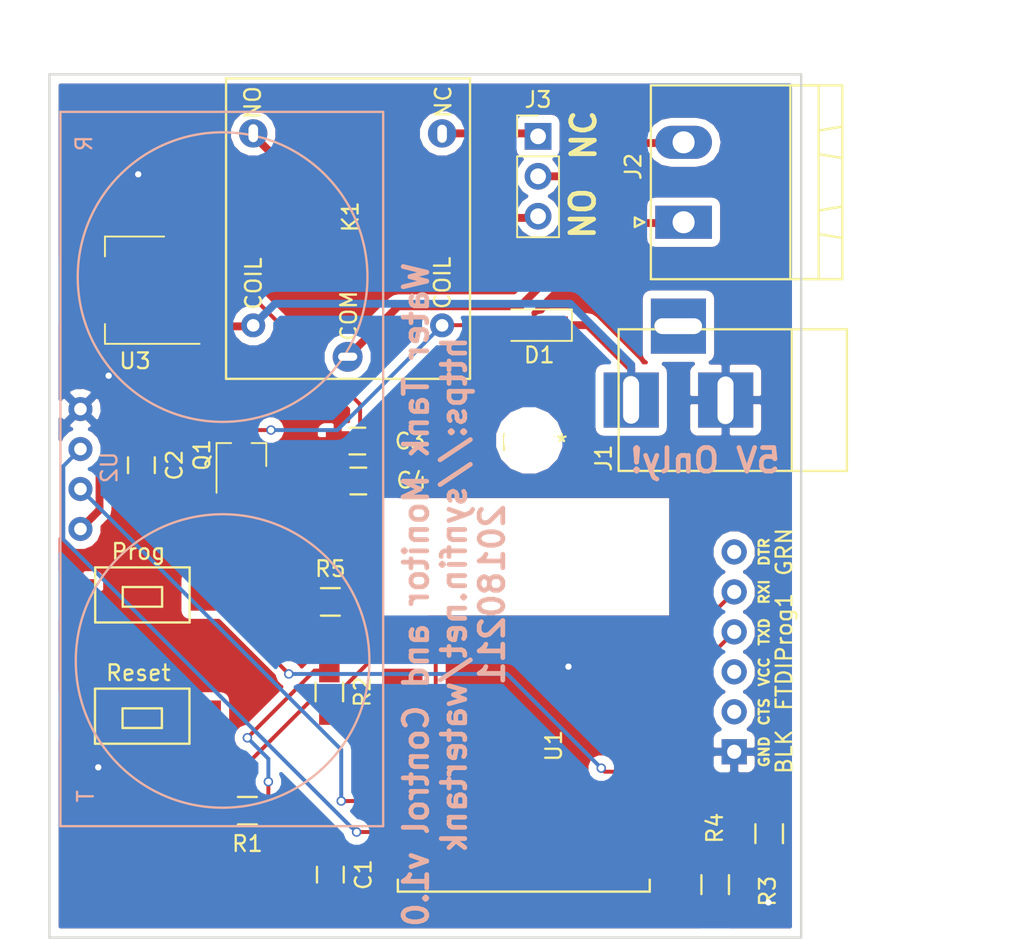
<source format=kicad_pcb>
(kicad_pcb (version 4) (host pcbnew 4.0.7)

  (general
    (links 43)
    (no_connects 0)
    (area 157.819219 92.804 223.165744 151.967001)
    (thickness 1.6)
    (drawings 16)
    (tracks 163)
    (zones 0)
    (modules 22)
    (nets 20)
  )

  (page USLetter)
  (title_block
    (title "Water Tank Level and Pump Control")
    (date 2018-03-11)
    (rev v1.0)
    (company "Aaron Turner")
    (comment 1 https://synfin.net/watertank)
  )

  (layers
    (0 F.Cu signal)
    (31 B.Cu signal)
    (32 B.Adhes user)
    (33 F.Adhes user)
    (34 B.Paste user)
    (35 F.Paste user)
    (36 B.SilkS user)
    (37 F.SilkS user)
    (38 B.Mask user)
    (39 F.Mask user)
    (40 Dwgs.User user)
    (41 Cmts.User user)
    (42 Eco1.User user)
    (43 Eco2.User user)
    (44 Edge.Cuts user)
    (45 Margin user)
    (46 B.CrtYd user)
    (47 F.CrtYd user)
    (48 B.Fab user)
    (49 F.Fab user)
  )

  (setup
    (last_trace_width 0.25)
    (trace_clearance 0.2)
    (zone_clearance 0.508)
    (zone_45_only yes)
    (trace_min 0.2)
    (segment_width 0.2)
    (edge_width 0.15)
    (via_size 0.6)
    (via_drill 0.4)
    (via_min_size 0.4)
    (via_min_drill 0.3)
    (uvia_size 0.3)
    (uvia_drill 0.1)
    (uvias_allowed no)
    (uvia_min_size 0.2)
    (uvia_min_drill 0.1)
    (pcb_text_width 0.3)
    (pcb_text_size 1.5 1.5)
    (mod_edge_width 0.15)
    (mod_text_size 1 1)
    (mod_text_width 0.15)
    (pad_size 1.8 1.8)
    (pad_drill 1.1)
    (pad_to_mask_clearance 0.2)
    (aux_axis_origin 161.1884 151.638)
    (visible_elements FFFFFF7F)
    (pcbplotparams
      (layerselection 0x00030_80000001)
      (usegerberextensions false)
      (excludeedgelayer true)
      (linewidth 0.100000)
      (plotframeref false)
      (viasonmask false)
      (mode 1)
      (useauxorigin false)
      (hpglpennumber 1)
      (hpglpenspeed 20)
      (hpglpendiameter 15)
      (hpglpenoverlay 2)
      (psnegative false)
      (psa4output false)
      (plotreference true)
      (plotvalue true)
      (plotinvisibletext false)
      (padsonsilk false)
      (subtractmaskfromsilk false)
      (outputformat 1)
      (mirror false)
      (drillshape 1)
      (scaleselection 1)
      (outputdirectory ""))
  )

  (net 0 "")
  (net 1 +3V3)
  (net 2 GND)
  (net 3 +5V)
  (net 4 "Net-(D1-Pad2)")
  (net 5 TXD)
  (net 6 RXD)
  (net 7 RelayIn)
  (net 8 RelayOut)
  (net 9 "Net-(J3-Pad1)")
  (net 10 "Net-(J3-Pad3)")
  (net 11 "Net-(Q1-Pad2)")
  (net 12 "Net-(R1-Pad2)")
  (net 13 "Net-(R2-Pad2)")
  (net 14 "Net-(R3-Pad2)")
  (net 15 "Net-(R4-Pad1)")
  (net 16 RelayCtrl)
  (net 17 "Net-(SW2-Pad1)")
  (net 18 TRIG)
  (net 19 ECHO)

  (net_class Default "This is the default net class."
    (clearance 0.2)
    (trace_width 0.25)
    (via_dia 0.6)
    (via_drill 0.4)
    (uvia_dia 0.3)
    (uvia_drill 0.1)
    (add_net +3V3)
    (add_net ECHO)
    (add_net GND)
    (add_net "Net-(D1-Pad2)")
    (add_net "Net-(Q1-Pad2)")
    (add_net "Net-(R1-Pad2)")
    (add_net "Net-(R2-Pad2)")
    (add_net "Net-(R3-Pad2)")
    (add_net "Net-(R4-Pad1)")
    (add_net "Net-(SW2-Pad1)")
    (add_net RXD)
    (add_net RelayCtrl)
    (add_net TRIG)
    (add_net TXD)
  )

  (net_class 5V ""
    (clearance 0.2)
    (trace_width 0.5)
    (via_dia 0.6)
    (via_drill 0.4)
    (uvia_dia 0.3)
    (uvia_drill 0.1)
    (add_net +5V)
  )

  (net_class "Relay Power" ""
    (clearance 0.2)
    (trace_width 0.5)
    (via_dia 0.6)
    (via_drill 0.4)
    (uvia_dia 0.3)
    (uvia_drill 0.1)
    (add_net "Net-(J3-Pad1)")
    (add_net "Net-(J3-Pad3)")
    (add_net RelayIn)
    (add_net RelayOut)
  )

  (module synfinatic:Songle-SRD-05VDC-SL-C (layer F.Cu) (tedit 5AA5B8B8) (tstamp 5AA5BE0A)
    (at 179.9788 116.3792 90)
    (path /5A9CA6D3)
    (fp_text reference K1 (at 10.3 0.175 90) (layer F.SilkS)
      (effects (font (size 1 1) (thickness 0.15)))
    )
    (fp_text value SRD-05VDC-SL-C (at 7.625 -1.825 90) (layer F.Fab)
      (effects (font (size 1 1) (thickness 0.15)))
    )
    (fp_text user COIL (at 6.1 6.025 90) (layer F.SilkS)
      (effects (font (size 1 1) (thickness 0.15)))
    )
    (fp_text user COIL (at 6.05 -5.975 90) (layer F.SilkS)
      (effects (font (size 1 1) (thickness 0.15)))
    )
    (fp_text user COM (at 4 0.075 90) (layer F.SilkS)
      (effects (font (size 1 1) (thickness 0.15)))
    )
    (fp_text user NO (at 17.55 -6.025 90) (layer F.SilkS)
      (effects (font (size 1 1) (thickness 0.15)))
    )
    (fp_text user NC (at 17.6 6.075 90) (layer F.SilkS)
      (effects (font (size 1 1) (thickness 0.15)))
    )
    (fp_line (start 19.1 -7.725) (end 0 -7.725) (layer F.SilkS) (width 0.15))
    (fp_line (start 19.1 7.775) (end 19.1 -7.725) (layer F.SilkS) (width 0.15))
    (fp_line (start 0 7.775) (end 19.1 7.775) (layer F.SilkS) (width 0.15))
    (fp_line (start 0 -7.725) (end 0 7.775) (layer F.SilkS) (width 0.15))
    (pad 2 thru_hole circle (at 1.4 0 90) (size 1.9 1.9) (drill oval 0.5 1.2) (layers *.Cu *.Mask)
      (net 7 RelayIn))
    (pad 1 thru_hole circle (at 3.4 -6 90) (size 1.524 1.524) (drill 0.8) (layers *.Cu *.Mask)
      (net 3 +5V))
    (pad 3 thru_hole circle (at 3.4 6 90) (size 1.524 1.524) (drill 0.8) (layers *.Cu *.Mask)
      (net 4 "Net-(D1-Pad2)"))
    (pad 4 thru_hole circle (at 15.6 -6 90) (size 1.8 1.8) (drill oval 1.1 0.6) (layers *.Cu *.Mask)
      (net 10 "Net-(J3-Pad3)"))
    (pad 5 thru_hole circle (at 15.6 6 90) (size 1.8 1.8) (drill oval 1.1 0.6) (layers *.Cu *.Mask)
      (net 9 "Net-(J3-Pad1)"))
  )

  (module Connectors_Phoenix:PhoenixContact_MSTBA-G_02x5.08mm_Angled (layer F.Cu) (tedit 5797DB0C) (tstamp 5AA5BE05)
    (at 201.3204 106.426 90)
    (descr "Generic Phoenix Contact connector footprint for series: MSTBA-G; number of pins: 02; pin pitch: 5.08mm; Angled || order number: 1923869 16A (HC) || order number: 1757242 12A")
    (tags "phoenix_contact connector MSTBA_01x02_G_5.08mm")
    (path /5A9CBE6D)
    (fp_text reference J2 (at 3.54 -3.2 90) (layer F.SilkS)
      (effects (font (size 1 1) (thickness 0.15)))
    )
    (fp_text value Conn_01x02 (at 2.54 11.5 90) (layer F.Fab)
      (effects (font (size 1 1) (thickness 0.15)))
    )
    (fp_line (start -3.62 -2.08) (end -3.62 10.08) (layer F.SilkS) (width 0.15))
    (fp_line (start -3.62 10.08) (end 8.7 10.08) (layer F.SilkS) (width 0.15))
    (fp_line (start 8.7 10.08) (end 8.7 -2.08) (layer F.SilkS) (width 0.15))
    (fp_line (start 8.7 -2.08) (end -3.62 -2.08) (layer F.SilkS) (width 0.15))
    (fp_line (start -3.62 8.58) (end -3.62 6.78) (layer F.SilkS) (width 0.15))
    (fp_line (start -3.62 6.78) (end 8.7 6.78) (layer F.SilkS) (width 0.15))
    (fp_line (start 8.7 6.78) (end 8.7 8.58) (layer F.SilkS) (width 0.15))
    (fp_line (start 8.7 8.58) (end -3.62 8.58) (layer F.SilkS) (width 0.15))
    (fp_line (start -1 10.08) (end 1 10.08) (layer F.SilkS) (width 0.15))
    (fp_line (start 1 10.08) (end 0.75 8.58) (layer F.SilkS) (width 0.15))
    (fp_line (start 0.75 8.58) (end -0.75 8.58) (layer F.SilkS) (width 0.15))
    (fp_line (start -0.75 8.58) (end -1 10.08) (layer F.SilkS) (width 0.15))
    (fp_line (start 4.08 10.08) (end 6.08 10.08) (layer F.SilkS) (width 0.15))
    (fp_line (start 6.08 10.08) (end 5.83 8.58) (layer F.SilkS) (width 0.15))
    (fp_line (start 5.83 8.58) (end 4.33 8.58) (layer F.SilkS) (width 0.15))
    (fp_line (start 4.33 8.58) (end 4.08 10.08) (layer F.SilkS) (width 0.15))
    (fp_line (start -4.05 -2.5) (end -4.05 10.5) (layer F.CrtYd) (width 0.05))
    (fp_line (start -4.05 10.5) (end 9.1 10.5) (layer F.CrtYd) (width 0.05))
    (fp_line (start 9.1 10.5) (end 9.1 -2.5) (layer F.CrtYd) (width 0.05))
    (fp_line (start 9.1 -2.5) (end -4.05 -2.5) (layer F.CrtYd) (width 0.05))
    (fp_line (start 0 -2.5) (end 0.3 -3.1) (layer F.SilkS) (width 0.15))
    (fp_line (start 0.3 -3.1) (end -0.3 -3.1) (layer F.SilkS) (width 0.15))
    (fp_line (start -0.3 -3.1) (end 0 -2.5) (layer F.SilkS) (width 0.15))
    (pad 1 thru_hole rect (at 0 0 90) (size 2.1 3.6) (drill 1.4) (layers *.Cu *.Mask)
      (net 7 RelayIn))
    (pad 2 thru_hole oval (at 5.08 0 90) (size 2.1 3.6) (drill 1.4) (layers *.Cu *.Mask)
      (net 8 RelayOut))
    (model Connectors_Phoenix.3dshapes/PhoenixContact_MSTBA-G_02x5.08mm_Angled.wrl
      (at (xyz 0 0 0))
      (scale (xyz 1 1 1))
      (rotate (xyz 0 0 0))
    )
  )

  (module synfinatic:HC-SR04-Horizontal (layer B.Cu) (tedit 5AA55FE1) (tstamp 5AA56509)
    (at 161.7345 122.1105 90)
    (path /5A9C94FB)
    (fp_text reference U2 (at 0.1 3.1 90) (layer B.SilkS)
      (effects (font (size 1 1) (thickness 0.15)) (justify mirror))
    )
    (fp_text value HC-SR04 (at -0.1 19.3 90) (layer B.Fab)
      (effects (font (size 1 1) (thickness 0.15)) (justify mirror))
    )
    (fp_text user R (at 20.7 1.5 90) (layer B.SilkS)
      (effects (font (size 1 1) (thickness 0.15)) (justify mirror))
    )
    (fp_text user T (at -20.8 1.6 90) (layer B.SilkS)
      (effects (font (size 1 1) (thickness 0.15)) (justify mirror))
    )
    (fp_circle (center -12.2 10.3) (end -12.9 1) (layer B.SilkS) (width 0.15))
    (fp_circle (center 12.2 10.3) (end 12 1.1) (layer B.SilkS) (width 0.15))
    (fp_line (start -22.7 20.5) (end 22.7 20.5) (layer B.SilkS) (width 0.15))
    (fp_line (start -22.7 0) (end -22.7 20.5) (layer B.SilkS) (width 0.15))
    (fp_line (start 22.7 0) (end 22.7 20.5) (layer B.SilkS) (width 0.15))
    (fp_line (start -22.7 0) (end 0 0) (layer B.SilkS) (width 0.15))
    (fp_line (start 0 0) (end 22.7 0) (layer B.SilkS) (width 0.15))
    (pad 1 thru_hole circle (at -3.81 1.27 90) (size 1.524 1.524) (drill 0.8) (layers *.Cu *.Mask)
      (net 3 +5V))
    (pad 2 thru_hole circle (at -1.27 1.27 90) (size 1.524 1.524) (drill 0.8) (layers *.Cu *.Mask)
      (net 18 TRIG))
    (pad 3 thru_hole circle (at 1.27 1.27 90) (size 1.524 1.524) (drill 0.8) (layers *.Cu *.Mask)
      (net 19 ECHO))
    (pad 4 thru_hole circle (at 3.81 1.27 90) (size 1.524 1.524) (drill 0.8) (layers *.Cu *.Mask)
      (net 2 GND))
  )

  (module Pin_Headers:Pin_Header_Straight_1x03_Pitch2.54mm (layer F.Cu) (tedit 59650532) (tstamp 5AA565DE)
    (at 192.0748 100.965)
    (descr "Through hole straight pin header, 1x03, 2.54mm pitch, single row")
    (tags "Through hole pin header THT 1x03 2.54mm single row")
    (path /5A9CAE51)
    (fp_text reference J3 (at 0 -2.33) (layer F.SilkS)
      (effects (font (size 1 1) (thickness 0.15)))
    )
    (fp_text value "Relay Open/Close" (at 0 7.41) (layer F.Fab)
      (effects (font (size 1 1) (thickness 0.15)))
    )
    (fp_line (start -0.635 -1.27) (end 1.27 -1.27) (layer F.Fab) (width 0.1))
    (fp_line (start 1.27 -1.27) (end 1.27 6.35) (layer F.Fab) (width 0.1))
    (fp_line (start 1.27 6.35) (end -1.27 6.35) (layer F.Fab) (width 0.1))
    (fp_line (start -1.27 6.35) (end -1.27 -0.635) (layer F.Fab) (width 0.1))
    (fp_line (start -1.27 -0.635) (end -0.635 -1.27) (layer F.Fab) (width 0.1))
    (fp_line (start -1.33 6.41) (end 1.33 6.41) (layer F.SilkS) (width 0.12))
    (fp_line (start -1.33 1.27) (end -1.33 6.41) (layer F.SilkS) (width 0.12))
    (fp_line (start 1.33 1.27) (end 1.33 6.41) (layer F.SilkS) (width 0.12))
    (fp_line (start -1.33 1.27) (end 1.33 1.27) (layer F.SilkS) (width 0.12))
    (fp_line (start -1.33 0) (end -1.33 -1.33) (layer F.SilkS) (width 0.12))
    (fp_line (start -1.33 -1.33) (end 0 -1.33) (layer F.SilkS) (width 0.12))
    (fp_line (start -1.8 -1.8) (end -1.8 6.85) (layer F.CrtYd) (width 0.05))
    (fp_line (start -1.8 6.85) (end 1.8 6.85) (layer F.CrtYd) (width 0.05))
    (fp_line (start 1.8 6.85) (end 1.8 -1.8) (layer F.CrtYd) (width 0.05))
    (fp_line (start 1.8 -1.8) (end -1.8 -1.8) (layer F.CrtYd) (width 0.05))
    (fp_text user %R (at 0 2.54 90) (layer F.Fab)
      (effects (font (size 1 1) (thickness 0.15)))
    )
    (pad 1 thru_hole rect (at 0 0) (size 1.7 1.7) (drill 1) (layers *.Cu *.Mask)
      (net 9 "Net-(J3-Pad1)"))
    (pad 2 thru_hole oval (at 0 2.54) (size 1.7 1.7) (drill 1) (layers *.Cu *.Mask)
      (net 8 RelayOut))
    (pad 3 thru_hole oval (at 0 5.08) (size 1.7 1.7) (drill 1) (layers *.Cu *.Mask)
      (net 10 "Net-(J3-Pad3)"))
    (model ${KISYS3DMOD}/Pin_Headers.3dshapes/Pin_Header_Straight_1x03_Pitch2.54mm.wrl
      (at (xyz 0 0 0))
      (scale (xyz 1 1 1))
      (rotate (xyz 0 0 0))
    )
  )

  (module TO_SOT_Packages_SMD:SOT-223 (layer F.Cu) (tedit 583F3B4E) (tstamp 5AA5637D)
    (at 166.4716 110.744 180)
    (descr "module CMS SOT223 4 pins")
    (tags "CMS SOT")
    (path /5A9C9705)
    (attr smd)
    (fp_text reference U3 (at 0 -4.5 180) (layer F.SilkS)
      (effects (font (size 1 1) (thickness 0.15)))
    )
    (fp_text value MCP1825S-3302E/DB (at 0 4.5 180) (layer F.Fab)
      (effects (font (size 1 1) (thickness 0.15)))
    )
    (fp_line (start 1.91 3.41) (end 1.91 2.15) (layer F.SilkS) (width 0.12))
    (fp_line (start 1.91 -3.41) (end 1.91 -2.15) (layer F.SilkS) (width 0.12))
    (fp_line (start 4.4 -3.6) (end -4.4 -3.6) (layer F.CrtYd) (width 0.05))
    (fp_line (start 4.4 3.6) (end 4.4 -3.6) (layer F.CrtYd) (width 0.05))
    (fp_line (start -4.4 3.6) (end 4.4 3.6) (layer F.CrtYd) (width 0.05))
    (fp_line (start -4.4 -3.6) (end -4.4 3.6) (layer F.CrtYd) (width 0.05))
    (fp_line (start -1.85 -3.35) (end -1.85 3.35) (layer F.Fab) (width 0.15))
    (fp_line (start -1.85 3.41) (end 1.91 3.41) (layer F.SilkS) (width 0.12))
    (fp_line (start -1.85 -3.35) (end 1.85 -3.35) (layer F.Fab) (width 0.15))
    (fp_line (start -4.1 -3.41) (end 1.91 -3.41) (layer F.SilkS) (width 0.12))
    (fp_line (start -1.85 3.35) (end 1.85 3.35) (layer F.Fab) (width 0.15))
    (fp_line (start 1.85 -3.35) (end 1.85 3.35) (layer F.Fab) (width 0.15))
    (pad 4 smd rect (at 3.15 0 180) (size 2 3.8) (layers F.Cu F.Paste F.Mask)
      (net 2 GND))
    (pad 2 smd rect (at -3.15 0 180) (size 2 1.5) (layers F.Cu F.Paste F.Mask)
      (net 2 GND))
    (pad 3 smd rect (at -3.15 2.3 180) (size 2 1.5) (layers F.Cu F.Paste F.Mask)
      (net 1 +3V3))
    (pad 1 smd rect (at -3.15 -2.3 180) (size 2 1.5) (layers F.Cu F.Paste F.Mask)
      (net 3 +5V))
    (model TO_SOT_Packages_SMD.3dshapes/SOT-223.wrl
      (at (xyz 0 0 0))
      (scale (xyz 0.4 0.4 0.4))
      (rotate (xyz 0 0 90))
    )
  )

  (module ESP8266:ESP-12E_SMD (layer F.Cu) (tedit 58FB7FFE) (tstamp 5AA5636D)
    (at 184.1835 133.35)
    (descr "Module, ESP-8266, ESP-12, 16 pad, SMD")
    (tags "Module ESP-8266 ESP8266")
    (path /5A9C189F)
    (fp_text reference U1 (at 8.89 6.35 90) (layer F.SilkS)
      (effects (font (size 1 1) (thickness 0.15)))
    )
    (fp_text value ESP-12E (at 5.08 6.35 90) (layer F.Fab) hide
      (effects (font (size 1 1) (thickness 0.15)))
    )
    (fp_line (start -2.25 -0.5) (end -2.25 -8.75) (layer F.CrtYd) (width 0.05))
    (fp_line (start -2.25 -8.75) (end 15.25 -8.75) (layer F.CrtYd) (width 0.05))
    (fp_line (start 15.25 -8.75) (end 16.25 -8.75) (layer F.CrtYd) (width 0.05))
    (fp_line (start 16.25 -8.75) (end 16.25 16) (layer F.CrtYd) (width 0.05))
    (fp_line (start 16.25 16) (end -2.25 16) (layer F.CrtYd) (width 0.05))
    (fp_line (start -2.25 16) (end -2.25 -0.5) (layer F.CrtYd) (width 0.05))
    (fp_line (start -1.016 -8.382) (end 14.986 -8.382) (layer F.CrtYd) (width 0.1524))
    (fp_line (start 14.986 -8.382) (end 14.986 -0.889) (layer F.CrtYd) (width 0.1524))
    (fp_line (start -1.016 -8.382) (end -1.016 -1.016) (layer F.CrtYd) (width 0.1524))
    (fp_line (start -1.016 14.859) (end -1.016 15.621) (layer F.SilkS) (width 0.1524))
    (fp_line (start -1.016 15.621) (end 14.986 15.621) (layer F.SilkS) (width 0.1524))
    (fp_line (start 14.986 15.621) (end 14.986 14.859) (layer F.SilkS) (width 0.1524))
    (fp_line (start 14.992 -8.4) (end -1.008 -2.6) (layer F.CrtYd) (width 0.1524))
    (fp_line (start -1.008 -8.4) (end 14.992 -2.6) (layer F.CrtYd) (width 0.1524))
    (fp_text user "No Copper" (at 6.892 -5.4) (layer F.CrtYd)
      (effects (font (size 1 1) (thickness 0.15)))
    )
    (fp_line (start -1.008 -2.6) (end 14.992 -2.6) (layer F.CrtYd) (width 0.1524))
    (fp_line (start 15 -8.4) (end 15 15.6) (layer F.Fab) (width 0.05))
    (fp_line (start 14.992 15.6) (end -1.008 15.6) (layer F.Fab) (width 0.05))
    (fp_line (start -1.008 15.6) (end -1.008 -8.4) (layer F.Fab) (width 0.05))
    (fp_line (start -1.008 -8.4) (end 14.992 -8.4) (layer F.Fab) (width 0.05))
    (pad 1 smd rect (at 0 0) (size 2.5 1.1) (drill (offset -0.7 0)) (layers F.Cu F.Paste F.Mask)
      (net 12 "Net-(R1-Pad2)"))
    (pad 2 smd rect (at 0 2) (size 2.5 1.1) (drill (offset -0.7 0)) (layers F.Cu F.Paste F.Mask))
    (pad 3 smd rect (at 0 4) (size 2.5 1.1) (drill (offset -0.7 0)) (layers F.Cu F.Paste F.Mask)
      (net 13 "Net-(R2-Pad2)"))
    (pad 4 smd rect (at 0 6) (size 2.5 1.1) (drill (offset -0.7 0)) (layers F.Cu F.Paste F.Mask)
      (net 16 RelayCtrl))
    (pad 5 smd rect (at 0 8) (size 2.5 1.1) (drill (offset -0.7 0)) (layers F.Cu F.Paste F.Mask))
    (pad 6 smd rect (at 0 10) (size 2.5 1.1) (drill (offset -0.7 0)) (layers F.Cu F.Paste F.Mask)
      (net 18 TRIG))
    (pad 7 smd rect (at 0 12) (size 2.5 1.1) (drill (offset -0.7 0)) (layers F.Cu F.Paste F.Mask)
      (net 19 ECHO))
    (pad 8 smd rect (at 0 14) (size 2.5 1.1) (drill (offset -0.7 0)) (layers F.Cu F.Paste F.Mask)
      (net 1 +3V3))
    (pad 9 smd rect (at 14 14) (size 2.5 1.1) (drill (offset 0.7 0)) (layers F.Cu F.Paste F.Mask)
      (net 2 GND))
    (pad 10 smd rect (at 14 12) (size 2.5 1.1) (drill (offset 0.7 0)) (layers F.Cu F.Paste F.Mask)
      (net 15 "Net-(R4-Pad1)"))
    (pad 11 smd rect (at 14 10) (size 2.5 1.1) (drill (offset 0.7 0)) (layers F.Cu F.Paste F.Mask)
      (net 14 "Net-(R3-Pad2)"))
    (pad 12 smd rect (at 14 8) (size 2.5 1.1) (drill (offset 0.7 0)) (layers F.Cu F.Paste F.Mask)
      (net 17 "Net-(SW2-Pad1)"))
    (pad 13 smd rect (at 14 6) (size 2.5 1.1) (drill (offset 0.7 0)) (layers F.Cu F.Paste F.Mask))
    (pad 14 smd rect (at 14 4) (size 2.5 1.1) (drill (offset 0.7 0)) (layers F.Cu F.Paste F.Mask))
    (pad 15 smd rect (at 14 2) (size 2.5 1.1) (drill (offset 0.7 0)) (layers F.Cu F.Paste F.Mask)
      (net 6 RXD))
    (pad 16 smd rect (at 14 0) (size 2.5 1.1) (drill (offset 0.7 0)) (layers F.Cu F.Paste F.Mask)
      (net 5 TXD))
    (pad 17 smd rect (at 1.99 15 90) (size 2.5 1.1) (drill (offset -0.7 0)) (layers F.Cu F.Paste F.Mask))
    (pad 18 smd rect (at 3.99 15 90) (size 2.5 1.1) (drill (offset -0.7 0)) (layers F.Cu F.Paste F.Mask))
    (pad 19 smd rect (at 5.99 15 90) (size 2.5 1.1) (drill (offset -0.7 0)) (layers F.Cu F.Paste F.Mask))
    (pad 20 smd rect (at 7.99 15 90) (size 2.5 1.1) (drill (offset -0.7 0)) (layers F.Cu F.Paste F.Mask))
    (pad 21 smd rect (at 9.99 15 90) (size 2.5 1.1) (drill (offset -0.7 0)) (layers F.Cu F.Paste F.Mask))
    (pad 22 smd rect (at 11.99 15 90) (size 2.5 1.1) (drill (offset -0.7 0)) (layers F.Cu F.Paste F.Mask))
    (model ${ESPLIB}/ESP8266.3dshapes/ESP-12.wrl
      (at (xyz 0 0 0))
      (scale (xyz 0.3937 0.3937 0.3937))
      (rotate (xyz 0 0 0))
    )
  )

  (module synfinatic:SPST-SMD-6x3.5 (layer F.Cu) (tedit 5AA5C8A6) (tstamp 5AA56353)
    (at 166.9415 130.1115 270)
    (descr https://www.amazon.com/gp/product/B00E6QJUGY/ref=oh_aui_search_detailpage?ie=UTF8&psc=1)
    (tags uxcell)
    (path /5A9C91AC)
    (fp_text reference SW2 (at 2.5 -0.25 360) (layer F.Fab)
      (effects (font (size 1 1) (thickness 0.15)))
    )
    (fp_text value Prog (at -2.75 0.25 360) (layer F.SilkS)
      (effects (font (size 1 1) (thickness 0.15)))
    )
    (fp_line (start -0.5 1.25) (end -0.5 -1.25) (layer F.SilkS) (width 0.15))
    (fp_line (start 0.75 1.25) (end -0.5 1.25) (layer F.SilkS) (width 0.15))
    (fp_line (start 0.75 -1.25) (end 0.75 1.25) (layer F.SilkS) (width 0.15))
    (fp_line (start -0.5 -1.25) (end 0.75 -1.25) (layer F.SilkS) (width 0.15))
    (fp_line (start -1.75 -3) (end -1.75 3) (layer F.SilkS) (width 0.15))
    (fp_line (start 1.75 -3) (end -1.75 -3) (layer F.SilkS) (width 0.15))
    (fp_line (start 1.75 3) (end 1.75 -3) (layer F.SilkS) (width 0.15))
    (fp_line (start -1.75 3) (end 1.75 3) (layer F.SilkS) (width 0.15))
    (pad 1 smd rect (at 0 -4 270) (size 2 2) (layers F.Cu F.Paste F.Mask)
      (net 17 "Net-(SW2-Pad1)"))
    (pad 2 smd rect (at 0 4 270) (size 2 2) (layers F.Cu F.Paste F.Mask)
      (net 2 GND))
  )

  (module synfinatic:SPST-SMD-6x3.5 (layer F.Cu) (tedit 5AA5C8AB) (tstamp 5AA5634D)
    (at 166.9288 137.8204 270)
    (descr https://www.amazon.com/gp/product/B00E6QJUGY/ref=oh_aui_search_detailpage?ie=UTF8&psc=1)
    (tags uxcell)
    (path /5A9C9160)
    (fp_text reference SW1 (at 2.5 -0.25 360) (layer F.Fab)
      (effects (font (size 1 1) (thickness 0.15)))
    )
    (fp_text value Reset (at -2.75 0.25 360) (layer F.SilkS)
      (effects (font (size 1 1) (thickness 0.15)))
    )
    (fp_line (start -0.5 1.25) (end -0.5 -1.25) (layer F.SilkS) (width 0.15))
    (fp_line (start 0.75 1.25) (end -0.5 1.25) (layer F.SilkS) (width 0.15))
    (fp_line (start 0.75 -1.25) (end 0.75 1.25) (layer F.SilkS) (width 0.15))
    (fp_line (start -0.5 -1.25) (end 0.75 -1.25) (layer F.SilkS) (width 0.15))
    (fp_line (start -1.75 -3) (end -1.75 3) (layer F.SilkS) (width 0.15))
    (fp_line (start 1.75 -3) (end -1.75 -3) (layer F.SilkS) (width 0.15))
    (fp_line (start 1.75 3) (end 1.75 -3) (layer F.SilkS) (width 0.15))
    (fp_line (start -1.75 3) (end 1.75 3) (layer F.SilkS) (width 0.15))
    (pad 1 smd rect (at 0 -4 270) (size 2 2) (layers F.Cu F.Paste F.Mask)
      (net 12 "Net-(R1-Pad2)"))
    (pad 2 smd rect (at 0 4 270) (size 2 2) (layers F.Cu F.Paste F.Mask)
      (net 2 GND))
  )

  (module Resistors_SMD:R_0805_HandSoldering (layer F.Cu) (tedit 58307B90) (tstamp 5AA56347)
    (at 178.8795 130.556)
    (descr "Resistor SMD 0805, hand soldering")
    (tags "resistor 0805")
    (path /5A9CA8E1)
    (attr smd)
    (fp_text reference R5 (at 0 -2.1) (layer F.SilkS)
      (effects (font (size 1 1) (thickness 0.15)))
    )
    (fp_text value 1K (at 0 2.1) (layer F.Fab)
      (effects (font (size 1 1) (thickness 0.15)))
    )
    (fp_line (start -1 0.625) (end -1 -0.625) (layer F.Fab) (width 0.1))
    (fp_line (start 1 0.625) (end -1 0.625) (layer F.Fab) (width 0.1))
    (fp_line (start 1 -0.625) (end 1 0.625) (layer F.Fab) (width 0.1))
    (fp_line (start -1 -0.625) (end 1 -0.625) (layer F.Fab) (width 0.1))
    (fp_line (start -2.4 -1) (end 2.4 -1) (layer F.CrtYd) (width 0.05))
    (fp_line (start -2.4 1) (end 2.4 1) (layer F.CrtYd) (width 0.05))
    (fp_line (start -2.4 -1) (end -2.4 1) (layer F.CrtYd) (width 0.05))
    (fp_line (start 2.4 -1) (end 2.4 1) (layer F.CrtYd) (width 0.05))
    (fp_line (start 0.6 0.875) (end -0.6 0.875) (layer F.SilkS) (width 0.15))
    (fp_line (start -0.6 -0.875) (end 0.6 -0.875) (layer F.SilkS) (width 0.15))
    (pad 1 smd rect (at -1.35 0) (size 1.5 1.3) (layers F.Cu F.Paste F.Mask)
      (net 11 "Net-(Q1-Pad2)"))
    (pad 2 smd rect (at 1.35 0) (size 1.5 1.3) (layers F.Cu F.Paste F.Mask)
      (net 16 RelayCtrl))
    (model Resistors_SMD.3dshapes/R_0805_HandSoldering.wrl
      (at (xyz 0 0 0))
      (scale (xyz 1 1 1))
      (rotate (xyz 0 0 0))
    )
  )

  (module Resistors_SMD:R_0805_HandSoldering (layer F.Cu) (tedit 58307B90) (tstamp 5AA56341)
    (at 203.327 148.5265 270)
    (descr "Resistor SMD 0805, hand soldering")
    (tags "resistor 0805")
    (path /5A9C8CFB)
    (attr smd)
    (fp_text reference R4 (at -3.5941 0.0254 270) (layer F.SilkS)
      (effects (font (size 1 1) (thickness 0.15)))
    )
    (fp_text value 4.7K (at 0 2.1 270) (layer F.Fab)
      (effects (font (size 1 1) (thickness 0.15)))
    )
    (fp_line (start -1 0.625) (end -1 -0.625) (layer F.Fab) (width 0.1))
    (fp_line (start 1 0.625) (end -1 0.625) (layer F.Fab) (width 0.1))
    (fp_line (start 1 -0.625) (end 1 0.625) (layer F.Fab) (width 0.1))
    (fp_line (start -1 -0.625) (end 1 -0.625) (layer F.Fab) (width 0.1))
    (fp_line (start -2.4 -1) (end 2.4 -1) (layer F.CrtYd) (width 0.05))
    (fp_line (start -2.4 1) (end 2.4 1) (layer F.CrtYd) (width 0.05))
    (fp_line (start -2.4 -1) (end -2.4 1) (layer F.CrtYd) (width 0.05))
    (fp_line (start 2.4 -1) (end 2.4 1) (layer F.CrtYd) (width 0.05))
    (fp_line (start 0.6 0.875) (end -0.6 0.875) (layer F.SilkS) (width 0.15))
    (fp_line (start -0.6 -0.875) (end 0.6 -0.875) (layer F.SilkS) (width 0.15))
    (pad 1 smd rect (at -1.35 0 270) (size 1.5 1.3) (layers F.Cu F.Paste F.Mask)
      (net 15 "Net-(R4-Pad1)"))
    (pad 2 smd rect (at 1.35 0 270) (size 1.5 1.3) (layers F.Cu F.Paste F.Mask)
      (net 2 GND))
    (model Resistors_SMD.3dshapes/R_0805_HandSoldering.wrl
      (at (xyz 0 0 0))
      (scale (xyz 1 1 1))
      (rotate (xyz 0 0 0))
    )
  )

  (module Resistors_SMD:R_0805_HandSoldering (layer F.Cu) (tedit 58307B90) (tstamp 5AA5633B)
    (at 206.756 145.288 270)
    (descr "Resistor SMD 0805, hand soldering")
    (tags "resistor 0805")
    (path /5A9C8B6A)
    (attr smd)
    (fp_text reference R3 (at 3.6576 0.1016 270) (layer F.SilkS)
      (effects (font (size 1 1) (thickness 0.15)))
    )
    (fp_text value 1K (at 0 2.1 270) (layer F.Fab)
      (effects (font (size 1 1) (thickness 0.15)))
    )
    (fp_line (start -1 0.625) (end -1 -0.625) (layer F.Fab) (width 0.1))
    (fp_line (start 1 0.625) (end -1 0.625) (layer F.Fab) (width 0.1))
    (fp_line (start 1 -0.625) (end 1 0.625) (layer F.Fab) (width 0.1))
    (fp_line (start -1 -0.625) (end 1 -0.625) (layer F.Fab) (width 0.1))
    (fp_line (start -2.4 -1) (end 2.4 -1) (layer F.CrtYd) (width 0.05))
    (fp_line (start -2.4 1) (end 2.4 1) (layer F.CrtYd) (width 0.05))
    (fp_line (start -2.4 -1) (end -2.4 1) (layer F.CrtYd) (width 0.05))
    (fp_line (start 2.4 -1) (end 2.4 1) (layer F.CrtYd) (width 0.05))
    (fp_line (start 0.6 0.875) (end -0.6 0.875) (layer F.SilkS) (width 0.15))
    (fp_line (start -0.6 -0.875) (end 0.6 -0.875) (layer F.SilkS) (width 0.15))
    (pad 1 smd rect (at -1.35 0 270) (size 1.5 1.3) (layers F.Cu F.Paste F.Mask)
      (net 1 +3V3))
    (pad 2 smd rect (at 1.35 0 270) (size 1.5 1.3) (layers F.Cu F.Paste F.Mask)
      (net 14 "Net-(R3-Pad2)"))
    (model Resistors_SMD.3dshapes/R_0805_HandSoldering.wrl
      (at (xyz 0 0 0))
      (scale (xyz 1 1 1))
      (rotate (xyz 0 0 0))
    )
  )

  (module Resistors_SMD:R_0805_HandSoldering (layer F.Cu) (tedit 58307B90) (tstamp 5AA56335)
    (at 178.816 136.271 270)
    (descr "Resistor SMD 0805, hand soldering")
    (tags "resistor 0805")
    (path /5A9C8BD5)
    (attr smd)
    (fp_text reference R2 (at 0 -2.1 270) (layer F.SilkS)
      (effects (font (size 1 1) (thickness 0.15)))
    )
    (fp_text value 1K (at 0 2.1 270) (layer F.Fab)
      (effects (font (size 1 1) (thickness 0.15)))
    )
    (fp_line (start -1 0.625) (end -1 -0.625) (layer F.Fab) (width 0.1))
    (fp_line (start 1 0.625) (end -1 0.625) (layer F.Fab) (width 0.1))
    (fp_line (start 1 -0.625) (end 1 0.625) (layer F.Fab) (width 0.1))
    (fp_line (start -1 -0.625) (end 1 -0.625) (layer F.Fab) (width 0.1))
    (fp_line (start -2.4 -1) (end 2.4 -1) (layer F.CrtYd) (width 0.05))
    (fp_line (start -2.4 1) (end 2.4 1) (layer F.CrtYd) (width 0.05))
    (fp_line (start -2.4 -1) (end -2.4 1) (layer F.CrtYd) (width 0.05))
    (fp_line (start 2.4 -1) (end 2.4 1) (layer F.CrtYd) (width 0.05))
    (fp_line (start 0.6 0.875) (end -0.6 0.875) (layer F.SilkS) (width 0.15))
    (fp_line (start -0.6 -0.875) (end 0.6 -0.875) (layer F.SilkS) (width 0.15))
    (pad 1 smd rect (at -1.35 0 270) (size 1.5 1.3) (layers F.Cu F.Paste F.Mask)
      (net 1 +3V3))
    (pad 2 smd rect (at 1.35 0 270) (size 1.5 1.3) (layers F.Cu F.Paste F.Mask)
      (net 13 "Net-(R2-Pad2)"))
    (model Resistors_SMD.3dshapes/R_0805_HandSoldering.wrl
      (at (xyz 0 0 0))
      (scale (xyz 1 1 1))
      (rotate (xyz 0 0 0))
    )
  )

  (module Resistors_SMD:R_0805_HandSoldering (layer F.Cu) (tedit 58307B90) (tstamp 5AA5632F)
    (at 173.609 143.8275 180)
    (descr "Resistor SMD 0805, hand soldering")
    (tags "resistor 0805")
    (path /5A9C8BB0)
    (attr smd)
    (fp_text reference R1 (at 0 -2.1 180) (layer F.SilkS)
      (effects (font (size 1 1) (thickness 0.15)))
    )
    (fp_text value 1K (at 0 2.1 180) (layer F.Fab)
      (effects (font (size 1 1) (thickness 0.15)))
    )
    (fp_line (start -1 0.625) (end -1 -0.625) (layer F.Fab) (width 0.1))
    (fp_line (start 1 0.625) (end -1 0.625) (layer F.Fab) (width 0.1))
    (fp_line (start 1 -0.625) (end 1 0.625) (layer F.Fab) (width 0.1))
    (fp_line (start -1 -0.625) (end 1 -0.625) (layer F.Fab) (width 0.1))
    (fp_line (start -2.4 -1) (end 2.4 -1) (layer F.CrtYd) (width 0.05))
    (fp_line (start -2.4 1) (end 2.4 1) (layer F.CrtYd) (width 0.05))
    (fp_line (start -2.4 -1) (end -2.4 1) (layer F.CrtYd) (width 0.05))
    (fp_line (start 2.4 -1) (end 2.4 1) (layer F.CrtYd) (width 0.05))
    (fp_line (start 0.6 0.875) (end -0.6 0.875) (layer F.SilkS) (width 0.15))
    (fp_line (start -0.6 -0.875) (end 0.6 -0.875) (layer F.SilkS) (width 0.15))
    (pad 1 smd rect (at -1.35 0 180) (size 1.5 1.3) (layers F.Cu F.Paste F.Mask)
      (net 1 +3V3))
    (pad 2 smd rect (at 1.35 0 180) (size 1.5 1.3) (layers F.Cu F.Paste F.Mask)
      (net 12 "Net-(R1-Pad2)"))
    (model Resistors_SMD.3dshapes/R_0805_HandSoldering.wrl
      (at (xyz 0 0 0))
      (scale (xyz 1 1 1))
      (rotate (xyz 0 0 0))
    )
  )

  (module TO_SOT_Packages_SMD:SOT-23_Handsoldering (layer F.Cu) (tedit 583F3954) (tstamp 5AA56329)
    (at 173.228 121.2215 90)
    (descr "SOT-23, Handsoldering")
    (tags SOT-23)
    (path /5A9CA782)
    (attr smd)
    (fp_text reference Q1 (at 0 -2.5 90) (layer F.SilkS)
      (effects (font (size 1 1) (thickness 0.15)))
    )
    (fp_text value 2N3904 (at 0 2.5 90) (layer F.Fab)
      (effects (font (size 1 1) (thickness 0.15)))
    )
    (fp_line (start 0.76 1.58) (end 0.76 0.65) (layer F.SilkS) (width 0.12))
    (fp_line (start 0.76 -1.58) (end 0.76 -0.65) (layer F.SilkS) (width 0.12))
    (fp_line (start 0.7 -1.52) (end 0.7 1.52) (layer F.Fab) (width 0.15))
    (fp_line (start -0.7 1.52) (end 0.7 1.52) (layer F.Fab) (width 0.15))
    (fp_line (start -2.7 -1.75) (end 2.7 -1.75) (layer F.CrtYd) (width 0.05))
    (fp_line (start 2.7 -1.75) (end 2.7 1.75) (layer F.CrtYd) (width 0.05))
    (fp_line (start 2.7 1.75) (end -2.7 1.75) (layer F.CrtYd) (width 0.05))
    (fp_line (start -2.7 1.75) (end -2.7 -1.75) (layer F.CrtYd) (width 0.05))
    (fp_line (start 0.76 -1.58) (end -2.4 -1.58) (layer F.SilkS) (width 0.12))
    (fp_line (start -0.7 -1.52) (end 0.7 -1.52) (layer F.Fab) (width 0.15))
    (fp_line (start -0.7 -1.52) (end -0.7 1.52) (layer F.Fab) (width 0.15))
    (fp_line (start 0.76 1.58) (end -0.7 1.58) (layer F.SilkS) (width 0.12))
    (pad 1 smd rect (at -1.5 -0.95 90) (size 1.9 0.8) (layers F.Cu F.Paste F.Mask)
      (net 2 GND))
    (pad 2 smd rect (at -1.5 0.95 90) (size 1.9 0.8) (layers F.Cu F.Paste F.Mask)
      (net 11 "Net-(Q1-Pad2)"))
    (pad 3 smd rect (at 1.5 0 90) (size 1.9 0.8) (layers F.Cu F.Paste F.Mask)
      (net 4 "Net-(D1-Pad2)"))
    (model TO_SOT_Packages_SMD.3dshapes/SOT-23.wrl
      (at (xyz 0 0 0))
      (scale (xyz 1 1 1))
      (rotate (xyz 0 0 90))
    )
  )

  (module Connectors:BARREL_JACK (layer F.Cu) (tedit 0) (tstamp 5AA56308)
    (at 204.19314 117.729 180)
    (descr "DC Barrel Jack")
    (tags "Power Jack")
    (path /5A9C9DC1)
    (fp_text reference J1 (at 7.95274 -3.683 270) (layer F.SilkS)
      (effects (font (size 1 1) (thickness 0.15)))
    )
    (fp_text value Barrel_Jack (at 0 -5.99948 180) (layer F.Fab)
      (effects (font (size 1 1) (thickness 0.15)))
    )
    (fp_line (start -4.0005 -4.50088) (end -4.0005 4.50088) (layer F.SilkS) (width 0.15))
    (fp_line (start -7.50062 -4.50088) (end -7.50062 4.50088) (layer F.SilkS) (width 0.15))
    (fp_line (start -7.50062 4.50088) (end 7.00024 4.50088) (layer F.SilkS) (width 0.15))
    (fp_line (start 7.00024 4.50088) (end 7.00024 -4.50088) (layer F.SilkS) (width 0.15))
    (fp_line (start 7.00024 -4.50088) (end -7.50062 -4.50088) (layer F.SilkS) (width 0.15))
    (pad 1 thru_hole rect (at 6.20014 0 180) (size 3.50012 3.50012) (drill oval 1.00076 2.99974) (layers *.Cu *.Mask)
      (net 3 +5V))
    (pad 2 thru_hole rect (at 0.20066 0 180) (size 3.50012 3.50012) (drill oval 1.00076 2.99974) (layers *.Cu *.Mask)
      (net 2 GND))
    (pad 3 thru_hole rect (at 3.2004 4.699 180) (size 3.50012 3.50012) (drill oval 2.99974 1.00076) (layers *.Cu *.Mask))
  )

  (module synfinatic:FTDIHeader (layer F.Cu) (tedit 5A5D35BB) (tstamp 5AA56301)
    (at 204.5335 133.731 270)
    (path /5A9C18BF)
    (fp_text reference FTDIProg1 (at 0 -3.175 270) (layer F.SilkS)
      (effects (font (size 1 1) (thickness 0.15)))
    )
    (fp_text value FTDI (at 0 -4.445 270) (layer F.Fab)
      (effects (font (size 1 1) (thickness 0.15)))
    )
    (fp_text user BLK (at 6.35 -3.175 270) (layer F.SilkS)
      (effects (font (size 1 1) (thickness 0.15)))
    )
    (fp_text user GND (at 6.35 -1.905 270) (layer F.SilkS)
      (effects (font (size 0.635 0.635) (thickness 0.15)))
    )
    (fp_text user CTS (at 3.81 -1.905 270) (layer F.SilkS)
      (effects (font (size 0.635 0.635) (thickness 0.15)))
    )
    (fp_text user VCC (at 1.27 -1.905 270) (layer F.SilkS)
      (effects (font (size 0.635 0.635) (thickness 0.15)))
    )
    (fp_text user TXD (at -1.27 -1.905 270) (layer F.SilkS)
      (effects (font (size 0.635 0.635) (thickness 0.15)))
    )
    (fp_text user RXI (at -3.81 -1.905 270) (layer F.SilkS)
      (effects (font (size 0.635 0.635) (thickness 0.15)))
    )
    (fp_text user DTR (at -6.35 -1.905 270) (layer F.SilkS)
      (effects (font (size 0.635 0.635) (thickness 0.15)))
    )
    (fp_text user GRN (at -6.35 -3.175 270) (layer F.SilkS)
      (effects (font (size 1 1) (thickness 0.15)))
    )
    (pad 1 thru_hole circle (at -6.35 0 270) (size 1.6 1.6) (drill 0.9) (layers *.Cu *.Mask))
    (pad 2 thru_hole circle (at -3.81 0 270) (size 1.6 1.6) (drill 0.9) (layers *.Cu *.Mask)
      (net 5 TXD))
    (pad 3 thru_hole circle (at -1.27 0 270) (size 1.6 1.6) (drill 0.9) (layers *.Cu *.Mask)
      (net 6 RXD))
    (pad 4 thru_hole circle (at 1.27 0 270) (size 1.6 1.6) (drill 0.9) (layers *.Cu *.Mask))
    (pad 5 thru_hole circle (at 3.81 0 270) (size 1.6 1.6) (drill 0.9) (layers *.Cu *.Mask))
    (pad 6 thru_hole rect (at 6.35 0 270) (size 1.6 1.6) (drill 0.9) (layers *.Cu *.Mask)
      (net 2 GND))
  )

  (module Diodes_SMD:D_SOD-123F (layer F.Cu) (tedit 587F7769) (tstamp 5AA562F7)
    (at 192.024 112.9665 180)
    (descr D_SOD-123F)
    (tags D_SOD-123F)
    (path /5A9CA813)
    (attr smd)
    (fp_text reference D1 (at -0.127 -1.905 180) (layer F.SilkS)
      (effects (font (size 1 1) (thickness 0.15)))
    )
    (fp_text value CGRKM4001-HF (at 0 2.1 180) (layer F.Fab)
      (effects (font (size 1 1) (thickness 0.15)))
    )
    (fp_text user %R (at -0.127 -1.905 180) (layer F.Fab)
      (effects (font (size 1 1) (thickness 0.15)))
    )
    (fp_line (start -2.2 -1) (end -2.2 1) (layer F.SilkS) (width 0.12))
    (fp_line (start 0.25 0) (end 0.75 0) (layer F.Fab) (width 0.1))
    (fp_line (start 0.25 0.4) (end -0.35 0) (layer F.Fab) (width 0.1))
    (fp_line (start 0.25 -0.4) (end 0.25 0.4) (layer F.Fab) (width 0.1))
    (fp_line (start -0.35 0) (end 0.25 -0.4) (layer F.Fab) (width 0.1))
    (fp_line (start -0.35 0) (end -0.35 0.55) (layer F.Fab) (width 0.1))
    (fp_line (start -0.35 0) (end -0.35 -0.55) (layer F.Fab) (width 0.1))
    (fp_line (start -0.75 0) (end -0.35 0) (layer F.Fab) (width 0.1))
    (fp_line (start -1.4 0.9) (end -1.4 -0.9) (layer F.Fab) (width 0.1))
    (fp_line (start 1.4 0.9) (end -1.4 0.9) (layer F.Fab) (width 0.1))
    (fp_line (start 1.4 -0.9) (end 1.4 0.9) (layer F.Fab) (width 0.1))
    (fp_line (start -1.4 -0.9) (end 1.4 -0.9) (layer F.Fab) (width 0.1))
    (fp_line (start -2.2 -1.15) (end 2.2 -1.15) (layer F.CrtYd) (width 0.05))
    (fp_line (start 2.2 -1.15) (end 2.2 1.15) (layer F.CrtYd) (width 0.05))
    (fp_line (start 2.2 1.15) (end -2.2 1.15) (layer F.CrtYd) (width 0.05))
    (fp_line (start -2.2 -1.15) (end -2.2 1.15) (layer F.CrtYd) (width 0.05))
    (fp_line (start -2.2 1) (end 1.65 1) (layer F.SilkS) (width 0.12))
    (fp_line (start -2.2 -1) (end 1.65 -1) (layer F.SilkS) (width 0.12))
    (pad 1 smd rect (at -1.4 0 180) (size 1.1 1.1) (layers F.Cu F.Paste F.Mask)
      (net 3 +5V))
    (pad 2 smd rect (at 1.4 0 180) (size 1.1 1.1) (layers F.Cu F.Paste F.Mask)
      (net 4 "Net-(D1-Pad2)"))
    (model ${KISYS3DMOD}/Diodes_SMD.3dshapes/D_SOD-123F.wrl
      (at (xyz 0 0 0))
      (scale (xyz 1 1 1))
      (rotate (xyz 0 0 0))
    )
  )

  (module Capacitors_SMD:C_0805_HandSoldering (layer F.Cu) (tedit 541A9B8D) (tstamp 5AA562F1)
    (at 180.6575 122.8725 180)
    (descr "Capacitor SMD 0805, hand soldering")
    (tags "capacitor 0805")
    (path /5A9C98CB)
    (attr smd)
    (fp_text reference C4 (at -3.3909 0.0381 180) (layer F.SilkS)
      (effects (font (size 1 1) (thickness 0.15)))
    )
    (fp_text value 1uF (at 0 2.1 180) (layer F.Fab)
      (effects (font (size 1 1) (thickness 0.15)))
    )
    (fp_line (start -1 0.625) (end -1 -0.625) (layer F.Fab) (width 0.15))
    (fp_line (start 1 0.625) (end -1 0.625) (layer F.Fab) (width 0.15))
    (fp_line (start 1 -0.625) (end 1 0.625) (layer F.Fab) (width 0.15))
    (fp_line (start -1 -0.625) (end 1 -0.625) (layer F.Fab) (width 0.15))
    (fp_line (start -2.3 -1) (end 2.3 -1) (layer F.CrtYd) (width 0.05))
    (fp_line (start -2.3 1) (end 2.3 1) (layer F.CrtYd) (width 0.05))
    (fp_line (start -2.3 -1) (end -2.3 1) (layer F.CrtYd) (width 0.05))
    (fp_line (start 2.3 -1) (end 2.3 1) (layer F.CrtYd) (width 0.05))
    (fp_line (start 0.5 -0.85) (end -0.5 -0.85) (layer F.SilkS) (width 0.15))
    (fp_line (start -0.5 0.85) (end 0.5 0.85) (layer F.SilkS) (width 0.15))
    (pad 1 smd rect (at -1.25 0 180) (size 1.5 1.25) (layers F.Cu F.Paste F.Mask)
      (net 1 +3V3))
    (pad 2 smd rect (at 1.25 0 180) (size 1.5 1.25) (layers F.Cu F.Paste F.Mask)
      (net 2 GND))
    (model Capacitors_SMD.3dshapes/C_0805_HandSoldering.wrl
      (at (xyz 0 0 0))
      (scale (xyz 1 1 1))
      (rotate (xyz 0 0 0))
    )
  )

  (module Capacitors_SMD:C_0805_HandSoldering (layer F.Cu) (tedit 541A9B8D) (tstamp 5AA562EB)
    (at 180.594 120.3325 180)
    (descr "Capacitor SMD 0805, hand soldering")
    (tags "capacitor 0805")
    (path /5A9C9854)
    (attr smd)
    (fp_text reference C3 (at -3.3528 -0.0127 180) (layer F.SilkS)
      (effects (font (size 1 1) (thickness 0.15)))
    )
    (fp_text value 4.7uF (at 0 2.1 180) (layer F.Fab)
      (effects (font (size 1 1) (thickness 0.15)))
    )
    (fp_line (start -1 0.625) (end -1 -0.625) (layer F.Fab) (width 0.15))
    (fp_line (start 1 0.625) (end -1 0.625) (layer F.Fab) (width 0.15))
    (fp_line (start 1 -0.625) (end 1 0.625) (layer F.Fab) (width 0.15))
    (fp_line (start -1 -0.625) (end 1 -0.625) (layer F.Fab) (width 0.15))
    (fp_line (start -2.3 -1) (end 2.3 -1) (layer F.CrtYd) (width 0.05))
    (fp_line (start -2.3 1) (end 2.3 1) (layer F.CrtYd) (width 0.05))
    (fp_line (start -2.3 -1) (end -2.3 1) (layer F.CrtYd) (width 0.05))
    (fp_line (start 2.3 -1) (end 2.3 1) (layer F.CrtYd) (width 0.05))
    (fp_line (start 0.5 -0.85) (end -0.5 -0.85) (layer F.SilkS) (width 0.15))
    (fp_line (start -0.5 0.85) (end 0.5 0.85) (layer F.SilkS) (width 0.15))
    (pad 1 smd rect (at -1.25 0 180) (size 1.5 1.25) (layers F.Cu F.Paste F.Mask)
      (net 3 +5V))
    (pad 2 smd rect (at 1.25 0 180) (size 1.5 1.25) (layers F.Cu F.Paste F.Mask)
      (net 2 GND))
    (model Capacitors_SMD.3dshapes/C_0805_HandSoldering.wrl
      (at (xyz 0 0 0))
      (scale (xyz 1 1 1))
      (rotate (xyz 0 0 0))
    )
  )

  (module Capacitors_SMD:C_0805_HandSoldering (layer F.Cu) (tedit 541A9B8D) (tstamp 5AA562E5)
    (at 166.878 121.8692 270)
    (descr "Capacitor SMD 0805, hand soldering")
    (tags "capacitor 0805")
    (path /5A9CB8A7)
    (attr smd)
    (fp_text reference C2 (at 0 -2.1 270) (layer F.SilkS)
      (effects (font (size 1 1) (thickness 0.15)))
    )
    (fp_text value 1uF (at 0 2.1 270) (layer F.Fab)
      (effects (font (size 1 1) (thickness 0.15)))
    )
    (fp_line (start -1 0.625) (end -1 -0.625) (layer F.Fab) (width 0.15))
    (fp_line (start 1 0.625) (end -1 0.625) (layer F.Fab) (width 0.15))
    (fp_line (start 1 -0.625) (end 1 0.625) (layer F.Fab) (width 0.15))
    (fp_line (start -1 -0.625) (end 1 -0.625) (layer F.Fab) (width 0.15))
    (fp_line (start -2.3 -1) (end 2.3 -1) (layer F.CrtYd) (width 0.05))
    (fp_line (start -2.3 1) (end 2.3 1) (layer F.CrtYd) (width 0.05))
    (fp_line (start -2.3 -1) (end -2.3 1) (layer F.CrtYd) (width 0.05))
    (fp_line (start 2.3 -1) (end 2.3 1) (layer F.CrtYd) (width 0.05))
    (fp_line (start 0.5 -0.85) (end -0.5 -0.85) (layer F.SilkS) (width 0.15))
    (fp_line (start -0.5 0.85) (end 0.5 0.85) (layer F.SilkS) (width 0.15))
    (pad 1 smd rect (at -1.25 0 270) (size 1.5 1.25) (layers F.Cu F.Paste F.Mask)
      (net 3 +5V))
    (pad 2 smd rect (at 1.25 0 270) (size 1.5 1.25) (layers F.Cu F.Paste F.Mask)
      (net 2 GND))
    (model Capacitors_SMD.3dshapes/C_0805_HandSoldering.wrl
      (at (xyz 0 0 0))
      (scale (xyz 1 1 1))
      (rotate (xyz 0 0 0))
    )
  )

  (module Capacitors_SMD:C_0805_HandSoldering (layer F.Cu) (tedit 541A9B8D) (tstamp 5AA562DF)
    (at 178.8795 147.8915 270)
    (descr "Capacitor SMD 0805, hand soldering")
    (tags "capacitor 0805")
    (path /5A9C8BFE)
    (attr smd)
    (fp_text reference C1 (at 0 -2.1 270) (layer F.SilkS)
      (effects (font (size 1 1) (thickness 0.15)))
    )
    (fp_text value 1uF (at 0 2.1 270) (layer F.Fab)
      (effects (font (size 1 1) (thickness 0.15)))
    )
    (fp_line (start -1 0.625) (end -1 -0.625) (layer F.Fab) (width 0.15))
    (fp_line (start 1 0.625) (end -1 0.625) (layer F.Fab) (width 0.15))
    (fp_line (start 1 -0.625) (end 1 0.625) (layer F.Fab) (width 0.15))
    (fp_line (start -1 -0.625) (end 1 -0.625) (layer F.Fab) (width 0.15))
    (fp_line (start -2.3 -1) (end 2.3 -1) (layer F.CrtYd) (width 0.05))
    (fp_line (start -2.3 1) (end 2.3 1) (layer F.CrtYd) (width 0.05))
    (fp_line (start -2.3 -1) (end -2.3 1) (layer F.CrtYd) (width 0.05))
    (fp_line (start 2.3 -1) (end 2.3 1) (layer F.CrtYd) (width 0.05))
    (fp_line (start 0.5 -0.85) (end -0.5 -0.85) (layer F.SilkS) (width 0.15))
    (fp_line (start -0.5 0.85) (end 0.5 0.85) (layer F.SilkS) (width 0.15))
    (pad 1 smd rect (at -1.25 0 270) (size 1.5 1.25) (layers F.Cu F.Paste F.Mask)
      (net 1 +3V3))
    (pad 2 smd rect (at 1.25 0 270) (size 1.5 1.25) (layers F.Cu F.Paste F.Mask)
      (net 2 GND))
    (model Capacitors_SMD.3dshapes/C_0805_HandSoldering.wrl
      (at (xyz 0 0 0))
      (scale (xyz 1 1 1))
      (rotate (xyz 0 0 0))
    )
  )

  (module Mounting_Holes:MountingHole_3.2mm_M3 (layer F.Cu) (tedit 56D1B4CB) (tstamp 5AA5C8D2)
    (at 191.516 120.2944)
    (descr "Mounting Hole 3.2mm, no annular, M3")
    (tags "mounting hole 3.2mm no annular m3")
    (fp_text reference REF** (at 0.3048 0.1524) (layer F.SilkS)
      (effects (font (size 1 1) (thickness 0.15)))
    )
    (fp_text value MountingHole_3.2mm_M3 (at 0 4.2) (layer F.Fab)
      (effects (font (size 1 1) (thickness 0.15)))
    )
    (fp_circle (center 0 0) (end 3.2 0) (layer Cmts.User) (width 0.15))
    (fp_circle (center 0 0) (end 3.45 0) (layer F.CrtYd) (width 0.05))
    (pad 1 np_thru_hole circle (at 0 0) (size 3.2 3.2) (drill 3.2) (layers *.Cu *.Mask))
  )

  (gr_line (start 185.9788 100.5332) (end 185.9788 101.092) (layer Edge.Cuts) (width 0.6) (tstamp 5AB67FF5))
  (gr_line (start 173.99 100.4824) (end 173.99 101.0412) (layer Edge.Cuts) (width 0.6))
  (gr_line (start 179.6288 114.9604) (end 180.34 114.9604) (layer Edge.Cuts) (width 0.5))
  (gr_line (start 199.9488 113.03) (end 201.9808 113.03) (layer Edge.Cuts) (width 1) (tstamp 5AB67F9F))
  (gr_line (start 203.962 116.7384) (end 203.962 118.7704) (layer Edge.Cuts) (width 1) (tstamp 5AB67F9D))
  (gr_line (start 197.9676 116.6876) (end 197.9676 118.7196) (layer Edge.Cuts) (width 1))
  (dimension 54.864212 (width 0.3) (layer Dwgs.User)
    (gr_text "54.864 mm" (at 216.665744 124.437906 270.1591545) (layer Dwgs.User)
      (effects (font (size 1.5 1.5) (thickness 0.3)))
    )
    (feature1 (pts (xy 208.788 151.892) (xy 218.091939 151.866156)))
    (feature2 (pts (xy 208.6356 97.028) (xy 217.939539 97.002156)))
    (crossbar (pts (xy 215.239549 97.009656) (xy 215.391949 151.873656)))
    (arrow1a (pts (xy 215.391949 151.873656) (xy 214.802401 150.748786)))
    (arrow1b (pts (xy 215.391949 151.873656) (xy 215.975238 150.745528)))
    (arrow2a (pts (xy 215.239549 97.009656) (xy 214.65626 98.137784)))
    (arrow2b (pts (xy 215.239549 97.009656) (xy 215.829097 98.134526)))
  )
  (dimension 47.7012 (width 0.3) (layer Dwgs.User)
    (gr_text "47.701 mm" (at 184.8866 94.154) (layer Dwgs.User)
      (effects (font (size 1.5 1.5) (thickness 0.3)))
    )
    (feature1 (pts (xy 208.7372 97.028) (xy 208.7372 92.804)))
    (feature2 (pts (xy 161.036 97.028) (xy 161.036 92.804)))
    (crossbar (pts (xy 161.036 95.504) (xy 208.7372 95.504)))
    (arrow1a (pts (xy 208.7372 95.504) (xy 207.610696 96.090421)))
    (arrow1b (pts (xy 208.7372 95.504) (xy 207.610696 94.917579)))
    (arrow2a (pts (xy 161.036 95.504) (xy 162.162504 96.090421)))
    (arrow2b (pts (xy 161.036 95.504) (xy 162.162504 94.917579)))
  )
  (gr_text "5V Only!" (at 202.692 121.5644) (layer B.SilkS)
    (effects (font (size 1.5 1.5) (thickness 0.3)) (justify mirror))
  )
  (gr_text "Water Tank Monitor and Control v1.0\nhttps://synfin.net/watertank\n20180211" (at 186.7408 130.0988 90) (layer B.SilkS)
    (effects (font (size 1.5 1.5) (thickness 0.3)) (justify mirror))
  )
  (gr_text NO (at 194.9196 105.8672 90) (layer F.SilkS)
    (effects (font (size 1.5 1.5) (thickness 0.3)))
  )
  (gr_text NC (at 194.9704 100.8888 90) (layer F.SilkS)
    (effects (font (size 1.5 1.5) (thickness 0.3)))
  )
  (gr_line (start 161.036 151.892) (end 208.788 151.892) (layer Edge.Cuts) (width 0.15))
  (gr_line (start 161.036 97.028) (end 208.788 97.028) (layer Edge.Cuts) (width 0.15))
  (gr_line (start 161.036 151.892) (end 161.036 97.028) (layer Edge.Cuts) (width 0.15))
  (gr_line (start 208.788 151.892) (end 208.788 97.028) (layer Edge.Cuts) (width 0.15))

  (segment (start 169.6216 108.444) (end 171.212347 108.444) (width 0.25) (layer F.Cu) (net 1))
  (segment (start 171.212347 108.444) (end 180.768999 118.000652) (width 0.25) (layer F.Cu) (net 1))
  (segment (start 180.768999 118.000652) (end 180.768999 121.858999) (width 0.25) (layer F.Cu) (net 1))
  (segment (start 180.768999 121.858999) (end 181.7825 122.8725) (width 0.25) (layer F.Cu) (net 1))
  (segment (start 206.756 143.938) (end 205.856 143.938) (width 0.25) (layer F.Cu) (net 1))
  (segment (start 191.029301 142.27352) (end 185.952821 147.35) (width 0.25) (layer F.Cu) (net 1))
  (segment (start 205.856 143.938) (end 204.19152 142.27352) (width 0.25) (layer F.Cu) (net 1))
  (segment (start 204.19152 142.27352) (end 191.029301 142.27352) (width 0.25) (layer F.Cu) (net 1))
  (segment (start 185.952821 147.35) (end 184.402119 147.35) (width 0.25) (layer F.Cu) (net 1))
  (segment (start 184.402119 147.35) (end 184.1835 147.35) (width 0.25) (layer F.Cu) (net 1))
  (segment (start 178.8795 146.6415) (end 179.300471 147.062471) (width 0.25) (layer F.Cu) (net 1))
  (segment (start 179.300471 147.062471) (end 183.459003 147.062471) (width 0.25) (layer F.Cu) (net 1))
  (segment (start 183.459003 147.062471) (end 183.746532 147.35) (width 0.25) (layer F.Cu) (net 1))
  (segment (start 183.746532 147.35) (end 184.1835 147.35) (width 0.25) (layer F.Cu) (net 1))
  (segment (start 181.7825 122.8725) (end 181.9075 122.8725) (width 0.25) (layer F.Cu) (net 1))
  (segment (start 174.9425 141.986) (end 174.9425 143.811) (width 0.25) (layer F.Cu) (net 1))
  (segment (start 174.9425 143.811) (end 174.959 143.8275) (width 0.25) (layer F.Cu) (net 1))
  (segment (start 173.609 139.192) (end 174.9425 140.5255) (width 0.25) (layer B.Cu) (net 1))
  (segment (start 174.9425 140.5255) (end 174.9425 141.986) (width 0.25) (layer B.Cu) (net 1))
  (via (at 174.9425 141.986) (size 0.6) (drill 0.4) (layers F.Cu B.Cu) (net 1))
  (segment (start 178.816 134.921) (end 177.88 134.921) (width 0.25) (layer F.Cu) (net 1))
  (segment (start 177.88 134.921) (end 173.609 139.192) (width 0.25) (layer F.Cu) (net 1))
  (via (at 173.609 139.192) (size 0.6) (drill 0.4) (layers F.Cu B.Cu) (net 1))
  (segment (start 181.7825 122.8725) (end 178.816 125.839) (width 0.25) (layer F.Cu) (net 1))
  (segment (start 178.816 125.839) (end 178.816 133.921) (width 0.25) (layer F.Cu) (net 1))
  (segment (start 178.816 133.921) (end 178.816 134.921) (width 0.25) (layer F.Cu) (net 1))
  (segment (start 174.959 143.8275) (end 176.1905 143.8275) (width 0.25) (layer F.Cu) (net 1))
  (segment (start 176.1905 143.8275) (end 178.8795 146.5165) (width 0.25) (layer F.Cu) (net 1))
  (segment (start 178.8795 146.5165) (end 178.8795 146.6415) (width 0.25) (layer F.Cu) (net 1))
  (segment (start 181.9215 122.8865) (end 181.9075 122.8725) (width 0.25) (layer F.Cu) (net 1))
  (segment (start 166.6748 103.378) (end 166.4716 103.5812) (width 0.25) (layer B.Cu) (net 2))
  (segment (start 166.4716 103.5812) (end 166.4716 103.632) (width 0.25) (layer B.Cu) (net 2))
  (segment (start 163.3216 110.744) (end 163.3216 106.7312) (width 0.25) (layer F.Cu) (net 2))
  (segment (start 163.3216 106.7312) (end 166.6748 103.378) (width 0.25) (layer F.Cu) (net 2))
  (via (at 166.6748 103.378) (size 0.6) (drill 0.4) (layers F.Cu B.Cu) (net 2))
  (segment (start 204.5335 140.081) (end 199.4154 140.081) (width 0.25) (layer B.Cu) (net 2))
  (segment (start 199.4154 140.081) (end 194.0052 134.6708) (width 0.25) (layer B.Cu) (net 2))
  (via (at 194.0052 134.6708) (size 0.6) (drill 0.4) (layers F.Cu B.Cu) (net 2))
  (segment (start 204.5335 140.081) (end 204.5335 147.4851) (width 0.25) (layer B.Cu) (net 2))
  (segment (start 204.5335 147.4851) (end 206.7052 149.6568) (width 0.25) (layer B.Cu) (net 2))
  (via (at 206.7052 149.6568) (size 0.6) (drill 0.4) (layers F.Cu B.Cu) (net 2))
  (segment (start 164.1348 141.0716) (end 164.2872 140.9192) (width 0.25) (layer B.Cu) (net 2))
  (segment (start 164.2872 140.9192) (end 164.2872 140.8176) (width 0.25) (layer B.Cu) (net 2))
  (segment (start 162.9288 137.8204) (end 162.9288 139.8656) (width 0.25) (layer F.Cu) (net 2))
  (segment (start 162.9288 139.8656) (end 164.1348 141.0716) (width 0.25) (layer F.Cu) (net 2))
  (via (at 164.1348 141.0716) (size 0.6) (drill 0.4) (layers F.Cu B.Cu) (net 2))
  (segment (start 164.7952 116.1796) (end 164.7952 115.7732) (width 0.25) (layer F.Cu) (net 2))
  (segment (start 163.0045 118.3005) (end 164.7952 116.5098) (width 0.25) (layer B.Cu) (net 2))
  (segment (start 164.7952 116.5098) (end 164.7952 116.1796) (width 0.25) (layer B.Cu) (net 2))
  (via (at 164.7952 116.1796) (size 0.6) (drill 0.4) (layers F.Cu B.Cu) (net 2))
  (segment (start 166.9596 123.0376) (end 166.660191 123.337009) (width 1) (layer F.Cu) (net 2))
  (segment (start 166.9596 123.0376) (end 166.878 123.1192) (width 0.25) (layer F.Cu) (net 2))
  (segment (start 203.327 149.8765) (end 202.427 149.8765) (width 0.25) (layer F.Cu) (net 2))
  (segment (start 202.427 149.8765) (end 199.9005 147.35) (width 0.25) (layer F.Cu) (net 2))
  (segment (start 199.9005 147.35) (end 198.1835 147.35) (width 0.25) (layer F.Cu) (net 2))
  (segment (start 197.993 117.729) (end 197.993 115.47894) (width 0.5) (layer B.Cu) (net 3))
  (segment (start 197.993 115.47894) (end 194.118892 111.604832) (width 0.5) (layer B.Cu) (net 3))
  (segment (start 194.118892 111.604832) (end 175.361168 111.604832) (width 0.5) (layer B.Cu) (net 3))
  (segment (start 175.361168 111.604832) (end 174.689999 112.276001) (width 0.5) (layer B.Cu) (net 3))
  (segment (start 174.689999 112.276001) (end 173.928 113.038) (width 0.5) (layer B.Cu) (net 3))
  (segment (start 164.216501 124.708499) (end 163.766499 125.158501) (width 0.5) (layer F.Cu) (net 3))
  (segment (start 165.753 120.6192) (end 164.216501 122.155699) (width 0.5) (layer F.Cu) (net 3))
  (segment (start 163.766499 125.158501) (end 163.0045 125.9205) (width 0.5) (layer F.Cu) (net 3))
  (segment (start 166.878 120.6192) (end 165.753 120.6192) (width 0.5) (layer F.Cu) (net 3))
  (segment (start 164.216501 122.155699) (end 164.216501 124.708499) (width 0.5) (layer F.Cu) (net 3))
  (segment (start 193.424 112.9665) (end 192.374 112.9665) (width 0.5) (layer F.Cu) (net 3))
  (segment (start 192.374 112.9665) (end 185.008 120.3325) (width 0.5) (layer F.Cu) (net 3))
  (segment (start 185.008 120.3325) (end 183.094 120.3325) (width 0.5) (layer F.Cu) (net 3))
  (segment (start 183.094 120.3325) (end 181.844 120.3325) (width 0.5) (layer F.Cu) (net 3))
  (segment (start 169.6216 115.0616) (end 166.878 117.8052) (width 0.5) (layer F.Cu) (net 3))
  (segment (start 166.878 117.8052) (end 166.878 120.6192) (width 0.5) (layer F.Cu) (net 3))
  (segment (start 169.6216 113.044) (end 169.6216 115.0616) (width 0.5) (layer F.Cu) (net 3))
  (segment (start 169.6216 113.044) (end 173.922 113.044) (width 0.5) (layer F.Cu) (net 3))
  (segment (start 173.922 113.044) (end 173.928 113.038) (width 0.5) (layer F.Cu) (net 3))
  (segment (start 181.844 120.3325) (end 181.2225 120.3325) (width 0.25) (layer F.Cu) (net 3))
  (segment (start 197.993 117.729) (end 197.993 115.72894) (width 0.5) (layer F.Cu) (net 3))
  (segment (start 194.224 112.9665) (end 193.424 112.9665) (width 0.5) (layer F.Cu) (net 3))
  (segment (start 195.23056 112.9665) (end 194.224 112.9665) (width 0.5) (layer F.Cu) (net 3))
  (segment (start 197.993 115.72894) (end 195.23056 112.9665) (width 0.5) (layer F.Cu) (net 3))
  (segment (start 175.1076 119.634) (end 173.3155 119.634) (width 0.25) (layer F.Cu) (net 4))
  (segment (start 173.3155 119.634) (end 173.228 119.7215) (width 0.25) (layer F.Cu) (net 4))
  (segment (start 185.9788 112.9792) (end 179.324 119.634) (width 0.25) (layer B.Cu) (net 4))
  (segment (start 179.324 119.634) (end 175.1076 119.634) (width 0.25) (layer B.Cu) (net 4))
  (via (at 175.1076 119.634) (size 0.6) (drill 0.4) (layers F.Cu B.Cu) (net 4))
  (segment (start 190.624 112.9665) (end 185.9915 112.9665) (width 0.25) (layer F.Cu) (net 4))
  (segment (start 185.9915 112.9665) (end 185.9788 112.9792) (width 0.25) (layer F.Cu) (net 4))
  (segment (start 185.9995 112.9665) (end 185.928 113.038) (width 0.25) (layer F.Cu) (net 4))
  (segment (start 198.1835 133.35) (end 201.1045 133.35) (width 0.25) (layer F.Cu) (net 5))
  (segment (start 201.1045 133.35) (end 204.5335 129.921) (width 0.25) (layer F.Cu) (net 5))
  (segment (start 198.1835 133.0325) (end 198.1835 133.35) (width 0.25) (layer F.Cu) (net 5))
  (segment (start 198.1835 135.35) (end 201.6445 135.35) (width 0.25) (layer F.Cu) (net 6))
  (segment (start 201.6445 135.35) (end 204.5335 132.461) (width 0.25) (layer F.Cu) (net 6))
  (segment (start 199.268502 135.35) (end 198.1835 135.35) (width 0.25) (layer F.Cu) (net 6))
  (segment (start 201.299748 106.476243) (end 196.226957 106.476243) (width 0.5) (layer F.Cu) (net 7))
  (segment (start 183.190801 111.767199) (end 180.928799 114.029201) (width 0.5) (layer F.Cu) (net 7))
  (segment (start 196.226957 106.476243) (end 190.936001 111.767199) (width 0.5) (layer F.Cu) (net 7))
  (segment (start 190.936001 111.767199) (end 183.190801 111.767199) (width 0.5) (layer F.Cu) (net 7))
  (segment (start 180.928799 114.029201) (end 179.9788 114.9792) (width 0.5) (layer F.Cu) (net 7))
  (segment (start 192.054785 103.485225) (end 192.07456 103.505) (width 0.5) (layer F.Cu) (net 8))
  (segment (start 195.678614 103.505) (end 197.792101 101.391513) (width 0.5) (layer F.Cu) (net 8))
  (segment (start 192.07456 103.505) (end 195.678614 103.505) (width 0.5) (layer F.Cu) (net 8))
  (segment (start 197.792101 101.391513) (end 201.272557 101.391513) (width 0.5) (layer F.Cu) (net 8))
  (segment (start 185.9788 100.7792) (end 191.889 100.7792) (width 0.5) (layer F.Cu) (net 9))
  (segment (start 191.889 100.7792) (end 192.0748 100.965) (width 0.5) (layer F.Cu) (net 9))
  (segment (start 191.936329 100.838) (end 192.054785 100.956456) (width 0.5) (layer F.Cu) (net 9))
  (segment (start 173.928 100.838) (end 179.23995 106.14995) (width 0.5) (layer F.Cu) (net 10))
  (segment (start 179.23995 106.14995) (end 191.98411 106.14995) (width 0.5) (layer F.Cu) (net 10))
  (segment (start 191.98411 106.14995) (end 192.017392 106.116668) (width 0.5) (layer F.Cu) (net 10))
  (segment (start 177.5295 130.556) (end 177.5295 125.423) (width 0.25) (layer F.Cu) (net 11))
  (segment (start 177.5295 125.423) (end 174.828 122.7215) (width 0.25) (layer F.Cu) (net 11))
  (segment (start 174.828 122.7215) (end 174.178 122.7215) (width 0.25) (layer F.Cu) (net 11))
  (segment (start 171.4495 137.8585) (end 171.047758 138.260242) (width 0.25) (layer F.Cu) (net 12))
  (segment (start 171.047758 138.260242) (end 171.047758 140.770958) (width 0.25) (layer F.Cu) (net 12))
  (segment (start 171.047758 140.770958) (end 172.259 141.9822) (width 0.25) (layer F.Cu) (net 12))
  (segment (start 172.259 141.9822) (end 172.259 143.8275) (width 0.25) (layer F.Cu) (net 12))
  (segment (start 184.1835 133.35) (end 182.372002 133.35) (width 0.25) (layer F.Cu) (net 12))
  (segment (start 182.372002 133.35) (end 179.176003 136.545999) (width 0.25) (layer F.Cu) (net 12))
  (segment (start 177.905999 136.545999) (end 172.259 142.192998) (width 0.25) (layer F.Cu) (net 12))
  (segment (start 179.176003 136.545999) (end 177.905999 136.545999) (width 0.25) (layer F.Cu) (net 12))
  (segment (start 172.259 142.192998) (end 172.259 142.9275) (width 0.25) (layer F.Cu) (net 12))
  (segment (start 172.259 142.9275) (end 172.259 143.8275) (width 0.25) (layer F.Cu) (net 12))
  (segment (start 172.259 143.8275) (end 172.359 143.8275) (width 0.25) (layer F.Cu) (net 12))
  (segment (start 183.098498 133.35) (end 184.1835 133.35) (width 0.25) (layer F.Cu) (net 12))
  (segment (start 178.816 137.621) (end 183.9125 137.621) (width 0.25) (layer F.Cu) (net 13))
  (segment (start 183.9125 137.621) (end 184.1835 137.35) (width 0.25) (layer F.Cu) (net 13))
  (segment (start 198.1835 143.35) (end 202.568 143.35) (width 0.25) (layer F.Cu) (net 14))
  (segment (start 202.568 143.35) (end 205.856 146.638) (width 0.25) (layer F.Cu) (net 14))
  (segment (start 205.856 146.638) (end 206.756 146.638) (width 0.25) (layer F.Cu) (net 14))
  (segment (start 203.327 147.1765) (end 202.427 147.1765) (width 0.25) (layer F.Cu) (net 15))
  (segment (start 202.427 147.1765) (end 200.6005 145.35) (width 0.25) (layer F.Cu) (net 15))
  (segment (start 200.6005 145.35) (end 198.1835 145.35) (width 0.25) (layer F.Cu) (net 15))
  (segment (start 198.4525 145.081) (end 198.1835 145.35) (width 0.25) (layer F.Cu) (net 15))
  (segment (start 180.2295 130.556) (end 180.64257 130.556) (width 0.25) (layer F.Cu) (net 16))
  (segment (start 180.64257 130.556) (end 182.162897 132.076327) (width 0.25) (layer F.Cu) (net 16))
  (segment (start 184.594829 132.076327) (end 185.572637 133.054135) (width 0.25) (layer F.Cu) (net 16))
  (segment (start 182.162897 132.076327) (end 184.594829 132.076327) (width 0.25) (layer F.Cu) (net 16))
  (segment (start 185.572637 133.054135) (end 185.572637 137.960863) (width 0.25) (layer F.Cu) (net 16))
  (segment (start 185.572637 137.960863) (end 184.1835 139.35) (width 0.25) (layer F.Cu) (net 16))
  (segment (start 176.241536 135.13603) (end 171.217006 130.1115) (width 0.25) (layer F.Cu) (net 17))
  (segment (start 171.217006 130.1115) (end 170.9415 130.1115) (width 0.25) (layer F.Cu) (net 17))
  (segment (start 176.6658 135.13603) (end 176.241536 135.13603) (width 0.25) (layer B.Cu) (net 17))
  (via (at 196.088 141.1224) (size 0.6) (drill 0.4) (layers F.Cu B.Cu) (net 17))
  (segment (start 196.3156 141.35) (end 196.088 141.1224) (width 0.25) (layer F.Cu) (net 17))
  (segment (start 198.1835 141.35) (end 196.3156 141.35) (width 0.25) (layer F.Cu) (net 17))
  (via (at 176.241536 135.13603) (size 0.6) (drill 0.4) (layers F.Cu B.Cu) (net 17))
  (segment (start 196.088 141.1224) (end 190.10163 135.13603) (width 0.25) (layer B.Cu) (net 17))
  (segment (start 190.10163 135.13603) (end 176.6658 135.13603) (width 0.25) (layer B.Cu) (net 17))
  (segment (start 198.1825 141.351) (end 198.1835 141.35) (width 0.25) (layer F.Cu) (net 17))
  (segment (start 179.571168 142.787768) (end 179.571168 143.212032) (width 0.25) (layer B.Cu) (net 18))
  (segment (start 179.995432 143.212032) (end 179.571168 143.212032) (width 0.25) (layer F.Cu) (net 18))
  (segment (start 184.045532 143.212032) (end 179.995432 143.212032) (width 0.25) (layer F.Cu) (net 18))
  (segment (start 163.0045 123.3805) (end 179.571168 139.947168) (width 0.25) (layer B.Cu) (net 18))
  (segment (start 184.1835 143.35) (end 184.045532 143.212032) (width 0.25) (layer F.Cu) (net 18))
  (via (at 179.571168 143.212032) (size 0.6) (drill 0.4) (layers F.Cu B.Cu) (net 18))
  (segment (start 179.571168 139.947168) (end 179.571168 142.787768) (width 0.25) (layer B.Cu) (net 18))
  (segment (start 180.547434 145.183128) (end 184.016628 145.183128) (width 0.25) (layer F.Cu) (net 19))
  (segment (start 184.016628 145.183128) (end 184.1835 145.35) (width 0.25) (layer F.Cu) (net 19))
  (segment (start 180.247435 144.883129) (end 180.547434 145.183128) (width 0.25) (layer B.Cu) (net 19))
  (segment (start 161.917499 126.586011) (end 180.214617 144.883129) (width 0.25) (layer B.Cu) (net 19))
  (segment (start 180.214617 144.883129) (end 180.247435 144.883129) (width 0.25) (layer B.Cu) (net 19))
  (segment (start 161.917499 121.927501) (end 161.917499 126.586011) (width 0.25) (layer B.Cu) (net 19))
  (segment (start 163.0045 120.8405) (end 161.917499 121.927501) (width 0.25) (layer B.Cu) (net 19))
  (via (at 180.547434 145.183128) (size 0.6) (drill 0.4) (layers F.Cu B.Cu) (net 19))

  (zone (net 2) (net_name GND) (layer F.Cu) (tstamp 0) (hatch edge 0.508)
    (connect_pads (clearance 0.508))
    (min_thickness 0.254)
    (fill yes (arc_segments 16) (thermal_gap 0.508) (thermal_bridge_width 0.508))
    (polygon
      (pts
        (xy 161.036 97.028) (xy 208.788 97.028) (xy 208.788 151.892) (xy 161.036 151.892)
      )
    )
    (filled_polygon
      (pts
        (xy 208.078 151.182) (xy 204.29524 151.182) (xy 204.336699 151.164827) (xy 204.515327 150.986198) (xy 204.612 150.752809)
        (xy 204.612 150.16225) (xy 204.45325 150.0035) (xy 203.454 150.0035) (xy 203.454 150.0235) (xy 203.2 150.0235)
        (xy 203.2 150.0035) (xy 202.20075 150.0035) (xy 202.042 150.16225) (xy 202.042 150.752809) (xy 202.138673 150.986198)
        (xy 202.317301 151.164827) (xy 202.35876 151.182) (xy 161.746 151.182) (xy 161.746 149.42725) (xy 177.6195 149.42725)
        (xy 177.6195 150.017809) (xy 177.716173 150.251198) (xy 177.894801 150.429827) (xy 178.12819 150.5265) (xy 178.59375 150.5265)
        (xy 178.7525 150.36775) (xy 178.7525 149.2685) (xy 179.0065 149.2685) (xy 179.0065 150.36775) (xy 179.16525 150.5265)
        (xy 179.63081 150.5265) (xy 179.864199 150.429827) (xy 180.042827 150.251198) (xy 180.1395 150.017809) (xy 180.1395 149.42725)
        (xy 179.98075 149.2685) (xy 179.0065 149.2685) (xy 178.7525 149.2685) (xy 177.77825 149.2685) (xy 177.6195 149.42725)
        (xy 161.746 149.42725) (xy 161.746 139.432001) (xy 161.80249 139.4554) (xy 162.64305 139.4554) (xy 162.8018 139.29665)
        (xy 162.8018 137.9474) (xy 163.0558 137.9474) (xy 163.0558 139.29665) (xy 163.21455 139.4554) (xy 164.05511 139.4554)
        (xy 164.288499 139.358727) (xy 164.467127 139.180098) (xy 164.5638 138.946709) (xy 164.5638 138.10615) (xy 164.40505 137.9474)
        (xy 163.0558 137.9474) (xy 162.8018 137.9474) (xy 162.7818 137.9474) (xy 162.7818 137.6934) (xy 162.8018 137.6934)
        (xy 162.8018 136.34415) (xy 163.0558 136.34415) (xy 163.0558 137.6934) (xy 164.40505 137.6934) (xy 164.5638 137.53465)
        (xy 164.5638 136.694091) (xy 164.467127 136.460702) (xy 164.288499 136.282073) (xy 164.05511 136.1854) (xy 163.21455 136.1854)
        (xy 163.0558 136.34415) (xy 162.8018 136.34415) (xy 162.64305 136.1854) (xy 161.80249 136.1854) (xy 161.746 136.208799)
        (xy 161.746 131.717841) (xy 161.81519 131.7465) (xy 162.65575 131.7465) (xy 162.8145 131.58775) (xy 162.8145 130.2385)
        (xy 163.0685 130.2385) (xy 163.0685 131.58775) (xy 163.22725 131.7465) (xy 164.06781 131.7465) (xy 164.301199 131.649827)
        (xy 164.479827 131.471198) (xy 164.5765 131.237809) (xy 164.5765 130.39725) (xy 164.41775 130.2385) (xy 163.0685 130.2385)
        (xy 162.8145 130.2385) (xy 162.7945 130.2385) (xy 162.7945 129.9845) (xy 162.8145 129.9845) (xy 162.8145 128.63525)
        (xy 163.0685 128.63525) (xy 163.0685 129.9845) (xy 164.41775 129.9845) (xy 164.5765 129.82575) (xy 164.5765 128.985191)
        (xy 164.479827 128.751802) (xy 164.301199 128.573173) (xy 164.06781 128.4765) (xy 163.22725 128.4765) (xy 163.0685 128.63525)
        (xy 162.8145 128.63525) (xy 162.65575 128.4765) (xy 161.81519 128.4765) (xy 161.746 128.505159) (xy 161.746 126.532943)
        (xy 161.81949 126.710803) (xy 162.21213 127.104129) (xy 162.7254 127.317257) (xy 163.281161 127.317742) (xy 163.794803 127.10551)
        (xy 164.188129 126.71287) (xy 164.401257 126.1996) (xy 164.401628 125.774952) (xy 164.842288 125.334291) (xy 164.842291 125.334289)
        (xy 165.034134 125.047174) (xy 165.045311 124.990983) (xy 165.101502 124.708499) (xy 165.101501 124.708494) (xy 165.101501 123.40495)
        (xy 165.618 123.40495) (xy 165.618 123.995509) (xy 165.714673 124.228898) (xy 165.893301 124.407527) (xy 166.12669 124.5042)
        (xy 166.59225 124.5042) (xy 166.751 124.34545) (xy 166.751 123.2462) (xy 167.005 123.2462) (xy 167.005 124.34545)
        (xy 167.16375 124.5042) (xy 167.62931 124.5042) (xy 167.862699 124.407527) (xy 168.041327 124.228898) (xy 168.138 123.995509)
        (xy 168.138 123.40495) (xy 167.97925 123.2462) (xy 167.005 123.2462) (xy 166.751 123.2462) (xy 165.77675 123.2462)
        (xy 165.618 123.40495) (xy 165.101501 123.40495) (xy 165.101501 123.00725) (xy 171.243 123.00725) (xy 171.243 123.797809)
        (xy 171.339673 124.031198) (xy 171.518301 124.209827) (xy 171.75169 124.3065) (xy 171.99225 124.3065) (xy 172.151 124.14775)
        (xy 172.151 122.8485) (xy 171.40175 122.8485) (xy 171.243 123.00725) (xy 165.101501 123.00725) (xy 165.101501 122.522279)
        (xy 165.797363 121.826417) (xy 165.857006 121.867169) (xy 165.714673 122.009502) (xy 165.618 122.242891) (xy 165.618 122.83345)
        (xy 165.77675 122.9922) (xy 166.751 122.9922) (xy 166.751 122.9722) (xy 167.005 122.9722) (xy 167.005 122.9922)
        (xy 167.97925 122.9922) (xy 168.138 122.83345) (xy 168.138 122.242891) (xy 168.041327 122.009502) (xy 167.90009 121.868264)
        (xy 167.954441 121.83329) (xy 168.082963 121.645191) (xy 171.243 121.645191) (xy 171.243 122.43575) (xy 171.40175 122.5945)
        (xy 172.151 122.5945) (xy 172.151 121.29525) (xy 171.99225 121.1365) (xy 171.75169 121.1365) (xy 171.518301 121.233173)
        (xy 171.339673 121.411802) (xy 171.243 121.645191) (xy 168.082963 121.645191) (xy 168.099431 121.62109) (xy 168.15044 121.3692)
        (xy 168.15044 119.8692) (xy 168.106162 119.633883) (xy 167.96709 119.417759) (xy 167.763 119.27831) (xy 167.763 118.17178)
        (xy 170.247387 115.687392) (xy 170.24739 115.68739) (xy 170.439233 115.400275) (xy 170.5066 115.0616) (xy 170.5066 114.44144)
        (xy 170.6216 114.44144) (xy 170.856917 114.397162) (xy 171.073041 114.25809) (xy 171.218031 114.04589) (xy 171.241702 113.929)
        (xy 172.953009 113.929) (xy 173.18643 114.162829) (xy 173.6997 114.375957) (xy 174.255461 114.376442) (xy 174.769103 114.16421)
        (xy 175.162429 113.77157) (xy 175.251238 113.557693) (xy 180.008999 118.315454) (xy 180.008999 119.0725) (xy 179.62975 119.0725)
        (xy 179.471 119.23125) (xy 179.471 120.2055) (xy 179.491 120.2055) (xy 179.491 120.4595) (xy 179.471 120.4595)
        (xy 179.471 121.43375) (xy 179.62975 121.5925) (xy 180.008999 121.5925) (xy 180.008999 121.6125) (xy 179.69325 121.6125)
        (xy 179.5345 121.77125) (xy 179.5345 122.7455) (xy 179.5545 122.7455) (xy 179.5545 122.9995) (xy 179.5345 122.9995)
        (xy 179.5345 123.97375) (xy 179.570474 124.009724) (xy 178.278599 125.301599) (xy 178.268391 125.316877) (xy 178.231648 125.132161)
        (xy 178.066901 124.885599) (xy 176.339552 123.15825) (xy 178.0225 123.15825) (xy 178.0225 123.62381) (xy 178.119173 123.857199)
        (xy 178.297802 124.035827) (xy 178.531191 124.1325) (xy 179.12175 124.1325) (xy 179.2805 123.97375) (xy 179.2805 122.9995)
        (xy 178.18125 122.9995) (xy 178.0225 123.15825) (xy 176.339552 123.15825) (xy 175.365401 122.184099) (xy 175.271252 122.12119)
        (xy 178.0225 122.12119) (xy 178.0225 122.58675) (xy 178.18125 122.7455) (xy 179.2805 122.7455) (xy 179.2805 121.77125)
        (xy 179.12175 121.6125) (xy 178.531191 121.6125) (xy 178.297802 121.709173) (xy 178.119173 121.887801) (xy 178.0225 122.12119)
        (xy 175.271252 122.12119) (xy 175.22544 122.09058) (xy 175.22544 121.7715) (xy 175.181162 121.536183) (xy 175.04209 121.320059)
        (xy 174.82989 121.175069) (xy 174.578 121.12406) (xy 174.087319 121.12406) (xy 174.224431 120.92339) (xy 174.27544 120.6715)
        (xy 174.27544 120.61825) (xy 177.959 120.61825) (xy 177.959 121.08381) (xy 178.055673 121.317199) (xy 178.234302 121.495827)
        (xy 178.467691 121.5925) (xy 179.05825 121.5925) (xy 179.217 121.43375) (xy 179.217 120.4595) (xy 178.11775 120.4595)
        (xy 177.959 120.61825) (xy 174.27544 120.61825) (xy 174.27544 120.394) (xy 174.545137 120.394) (xy 174.577273 120.426192)
        (xy 174.920801 120.568838) (xy 175.292767 120.569162) (xy 175.636543 120.427117) (xy 175.899792 120.164327) (xy 176.042438 119.820799)
        (xy 176.042646 119.58119) (xy 177.959 119.58119) (xy 177.959 120.04675) (xy 178.11775 120.2055) (xy 179.217 120.2055)
        (xy 179.217 119.23125) (xy 179.05825 119.0725) (xy 178.467691 119.0725) (xy 178.234302 119.169173) (xy 178.055673 119.347801)
        (xy 177.959 119.58119) (xy 176.042646 119.58119) (xy 176.042762 119.448833) (xy 175.900717 119.105057) (xy 175.637927 118.841808)
        (xy 175.294399 118.699162) (xy 174.922433 118.698838) (xy 174.578657 118.840883) (xy 174.545482 118.874) (xy 174.27544 118.874)
        (xy 174.27544 118.7715) (xy 174.231162 118.536183) (xy 174.09209 118.320059) (xy 173.87989 118.175069) (xy 173.628 118.12406)
        (xy 172.828 118.12406) (xy 172.592683 118.168338) (xy 172.376559 118.30741) (xy 172.231569 118.51961) (xy 172.18056 118.7715)
        (xy 172.18056 120.6715) (xy 172.224838 120.906817) (xy 172.36391 121.122941) (xy 172.490686 121.209564) (xy 172.405 121.29525)
        (xy 172.405 122.5945) (xy 172.425 122.5945) (xy 172.425 122.8485) (xy 172.405 122.8485) (xy 172.405 124.14775)
        (xy 172.56375 124.3065) (xy 172.80431 124.3065) (xy 173.037699 124.209827) (xy 173.216327 124.031198) (xy 173.231423 123.994753)
        (xy 173.31391 124.122941) (xy 173.52611 124.267931) (xy 173.778 124.31894) (xy 174.578 124.31894) (xy 174.813317 124.274662)
        (xy 175.029441 124.13559) (xy 175.085396 124.053698) (xy 176.7695 125.737802) (xy 176.7695 129.260442) (xy 176.544183 129.302838)
        (xy 176.328059 129.44191) (xy 176.183069 129.65411) (xy 176.13206 129.906) (xy 176.13206 131.206) (xy 176.176338 131.441317)
        (xy 176.31541 131.657441) (xy 176.52761 131.802431) (xy 176.7795 131.85344) (xy 178.056 131.85344) (xy 178.056 133.544258)
        (xy 177.930683 133.567838) (xy 177.714559 133.70691) (xy 177.569569 133.91911) (xy 177.51856 134.171) (xy 177.51856 134.266026)
        (xy 177.342599 134.383599) (xy 177.059347 134.666851) (xy 177.034653 134.607087) (xy 176.771863 134.343838) (xy 176.428335 134.201192)
        (xy 176.381459 134.201151) (xy 172.58894 130.408632) (xy 172.58894 129.1115) (xy 172.544662 128.876183) (xy 172.40559 128.660059)
        (xy 172.19339 128.515069) (xy 171.9415 128.46406) (xy 169.9415 128.46406) (xy 169.706183 128.508338) (xy 169.490059 128.64741)
        (xy 169.345069 128.85961) (xy 169.29406 129.1115) (xy 169.29406 131.1115) (xy 169.338338 131.346817) (xy 169.47741 131.562941)
        (xy 169.68961 131.707931) (xy 169.9415 131.75894) (xy 171.789644 131.75894) (xy 175.306414 135.27571) (xy 175.306374 135.321197)
        (xy 175.448419 135.664973) (xy 175.711209 135.928222) (xy 175.772518 135.95368) (xy 173.46932 138.256878) (xy 173.423833 138.256838)
        (xy 173.080057 138.398883) (xy 172.816808 138.661673) (xy 172.674162 139.005201) (xy 172.673838 139.377167) (xy 172.815883 139.720943)
        (xy 173.078673 139.984192) (xy 173.300778 140.076418) (xy 172.364399 141.012797) (xy 171.807758 140.456156) (xy 171.807758 139.46784)
        (xy 171.9288 139.46784) (xy 172.164117 139.423562) (xy 172.380241 139.28449) (xy 172.525231 139.07229) (xy 172.57624 138.8204)
        (xy 172.57624 136.8204) (xy 172.531962 136.585083) (xy 172.39289 136.368959) (xy 172.18069 136.223969) (xy 171.9288 136.17296)
        (xy 169.9288 136.17296) (xy 169.693483 136.217238) (xy 169.477359 136.35631) (xy 169.332369 136.56851) (xy 169.28136 136.8204)
        (xy 169.28136 138.8204) (xy 169.325638 139.055717) (xy 169.46471 139.271841) (xy 169.67691 139.416831) (xy 169.9288 139.46784)
        (xy 170.287758 139.46784) (xy 170.287758 140.770958) (xy 170.34561 141.061797) (xy 170.510357 141.308359) (xy 171.499 142.297002)
        (xy 171.499 142.531942) (xy 171.273683 142.574338) (xy 171.057559 142.71341) (xy 170.912569 142.92561) (xy 170.86156 143.1775)
        (xy 170.86156 144.4775) (xy 170.905838 144.712817) (xy 171.04491 144.928941) (xy 171.25711 145.073931) (xy 171.509 145.12494)
        (xy 173.009 145.12494) (xy 173.244317 145.080662) (xy 173.460441 144.94159) (xy 173.605431 144.72939) (xy 173.608081 144.716303)
        (xy 173.74491 144.928941) (xy 173.95711 145.073931) (xy 174.209 145.12494) (xy 175.709 145.12494) (xy 175.944317 145.080662)
        (xy 176.160441 144.94159) (xy 176.18859 144.900392) (xy 177.60706 146.318862) (xy 177.60706 147.3915) (xy 177.651338 147.626817)
        (xy 177.79041 147.842941) (xy 177.858506 147.889469) (xy 177.716173 148.031802) (xy 177.6195 148.265191) (xy 177.6195 148.85575)
        (xy 177.77825 149.0145) (xy 178.7525 149.0145) (xy 178.7525 148.9945) (xy 179.0065 148.9945) (xy 179.0065 149.0145)
        (xy 179.98075 149.0145) (xy 180.1395 148.85575) (xy 180.1395 148.265191) (xy 180.042827 148.031802) (xy 179.90159 147.890564)
        (xy 179.955941 147.85559) (xy 179.97857 147.822471) (xy 181.58606 147.822471) (xy 181.58606 147.9) (xy 181.630338 148.135317)
        (xy 181.76941 148.351441) (xy 181.98161 148.496431) (xy 182.2335 148.54744) (xy 184.7335 148.54744) (xy 184.968817 148.503162)
        (xy 184.97606 148.498501) (xy 184.97606 150.3) (xy 185.020338 150.535317) (xy 185.15941 150.751441) (xy 185.37161 150.896431)
        (xy 185.6235 150.94744) (xy 186.7235 150.94744) (xy 186.958817 150.903162) (xy 187.174941 150.76409) (xy 187.17589 150.762701)
        (xy 187.37161 150.896431) (xy 187.6235 150.94744) (xy 188.7235 150.94744) (xy 188.958817 150.903162) (xy 189.174941 150.76409)
        (xy 189.17589 150.762701) (xy 189.37161 150.896431) (xy 189.6235 150.94744) (xy 190.7235 150.94744) (xy 190.958817 150.903162)
        (xy 191.174941 150.76409) (xy 191.17589 150.762701) (xy 191.37161 150.896431) (xy 191.6235 150.94744) (xy 192.7235 150.94744)
        (xy 192.958817 150.903162) (xy 193.174941 150.76409) (xy 193.17589 150.762701) (xy 193.37161 150.896431) (xy 193.6235 150.94744)
        (xy 194.7235 150.94744) (xy 194.958817 150.903162) (xy 195.174941 150.76409) (xy 195.17589 150.762701) (xy 195.37161 150.896431)
        (xy 195.6235 150.94744) (xy 196.7235 150.94744) (xy 196.958817 150.903162) (xy 197.174941 150.76409) (xy 197.319931 150.55189)
        (xy 197.37094 150.3) (xy 197.37094 148.478563) (xy 197.507191 148.535) (xy 198.59775 148.535) (xy 198.7565 148.37625)
        (xy 198.7565 147.477) (xy 199.0105 147.477) (xy 199.0105 148.37625) (xy 199.16925 148.535) (xy 200.259809 148.535)
        (xy 200.493198 148.438327) (xy 200.671827 148.259699) (xy 200.7685 148.02631) (xy 200.7685 147.63575) (xy 200.60975 147.477)
        (xy 199.0105 147.477) (xy 198.7565 147.477) (xy 198.7365 147.477) (xy 198.7365 147.223) (xy 198.7565 147.223)
        (xy 198.7565 147.203) (xy 199.0105 147.203) (xy 199.0105 147.223) (xy 200.60975 147.223) (xy 200.7685 147.06425)
        (xy 200.7685 146.67369) (xy 200.711303 146.535605) (xy 201.889599 147.713901) (xy 202.02956 147.80742) (xy 202.02956 147.9265)
        (xy 202.073838 148.161817) (xy 202.21291 148.377941) (xy 202.42511 148.522931) (xy 202.45849 148.529691) (xy 202.317301 148.588173)
        (xy 202.138673 148.766802) (xy 202.042 149.000191) (xy 202.042 149.59075) (xy 202.20075 149.7495) (xy 203.2 149.7495)
        (xy 203.2 149.7295) (xy 203.454 149.7295) (xy 203.454 149.7495) (xy 204.45325 149.7495) (xy 204.612 149.59075)
        (xy 204.612 149.000191) (xy 204.515327 148.766802) (xy 204.336699 148.588173) (xy 204.200713 148.531846) (xy 204.212317 148.529662)
        (xy 204.428441 148.39059) (xy 204.573431 148.17839) (xy 204.62444 147.9265) (xy 204.62444 146.481242) (xy 205.318599 147.175401)
        (xy 205.45856 147.26892) (xy 205.45856 147.388) (xy 205.502838 147.623317) (xy 205.64191 147.839441) (xy 205.85411 147.984431)
        (xy 206.106 148.03544) (xy 207.406 148.03544) (xy 207.641317 147.991162) (xy 207.857441 147.85209) (xy 208.002431 147.63989)
        (xy 208.05344 147.388) (xy 208.05344 145.888) (xy 208.009162 145.652683) (xy 207.87009 145.436559) (xy 207.65789 145.291569)
        (xy 207.644803 145.288919) (xy 207.857441 145.15209) (xy 208.002431 144.93989) (xy 208.05344 144.688) (xy 208.05344 143.188)
        (xy 208.009162 142.952683) (xy 207.87009 142.736559) (xy 207.65789 142.591569) (xy 207.406 142.54056) (xy 206.106 142.54056)
        (xy 205.870683 142.584838) (xy 205.692377 142.699575) (xy 204.728921 141.736119) (xy 204.482359 141.571372) (xy 204.203988 141.516)
        (xy 204.24775 141.516) (xy 204.4065 141.35725) (xy 204.4065 140.208) (xy 204.6605 140.208) (xy 204.6605 141.35725)
        (xy 204.81925 141.516) (xy 205.45981 141.516) (xy 205.693199 141.419327) (xy 205.871827 141.240698) (xy 205.9685 141.007309)
        (xy 205.9685 140.36675) (xy 205.80975 140.208) (xy 204.6605 140.208) (xy 204.4065 140.208) (xy 203.25725 140.208)
        (xy 203.0985 140.36675) (xy 203.0985 141.007309) (xy 203.195173 141.240698) (xy 203.373801 141.419327) (xy 203.601203 141.51352)
        (xy 200.78094 141.51352) (xy 200.78094 140.8) (xy 200.736662 140.564683) (xy 200.59759 140.348559) (xy 200.596201 140.34761)
        (xy 200.729931 140.15189) (xy 200.78094 139.9) (xy 200.78094 138.8) (xy 200.736662 138.564683) (xy 200.59759 138.348559)
        (xy 200.596201 138.34761) (xy 200.729931 138.15189) (xy 200.78094 137.9) (xy 200.78094 136.8) (xy 200.736662 136.564683)
        (xy 200.59759 136.348559) (xy 200.596201 136.34761) (xy 200.729931 136.15189) (xy 200.738414 136.11) (xy 201.6445 136.11)
        (xy 201.935339 136.052148) (xy 202.181901 135.887401) (xy 203.098526 134.970776) (xy 203.098252 135.285187) (xy 203.316257 135.8128)
        (xy 203.719577 136.216824) (xy 203.849715 136.270862) (xy 203.7217 136.323757) (xy 203.317676 136.727077) (xy 203.09875 137.254309)
        (xy 203.098252 137.825187) (xy 203.316257 138.3528) (xy 203.608946 138.646) (xy 203.60719 138.646) (xy 203.373801 138.742673)
        (xy 203.195173 138.921302) (xy 203.0985 139.154691) (xy 203.0985 139.79525) (xy 203.25725 139.954) (xy 204.4065 139.954)
        (xy 204.4065 139.934) (xy 204.6605 139.934) (xy 204.6605 139.954) (xy 205.80975 139.954) (xy 205.9685 139.79525)
        (xy 205.9685 139.154691) (xy 205.871827 138.921302) (xy 205.693199 138.742673) (xy 205.45981 138.646) (xy 205.457739 138.646)
        (xy 205.749324 138.354923) (xy 205.96825 137.827691) (xy 205.968748 137.256813) (xy 205.750743 136.7292) (xy 205.347423 136.325176)
        (xy 205.217285 136.271138) (xy 205.3453 136.218243) (xy 205.749324 135.814923) (xy 205.96825 135.287691) (xy 205.968748 134.716813)
        (xy 205.750743 134.1892) (xy 205.347423 133.785176) (xy 205.217285 133.731138) (xy 205.3453 133.678243) (xy 205.749324 133.274923)
        (xy 205.96825 132.747691) (xy 205.968748 132.176813) (xy 205.750743 131.6492) (xy 205.347423 131.245176) (xy 205.217285 131.191138)
        (xy 205.3453 131.138243) (xy 205.749324 130.734923) (xy 205.96825 130.207691) (xy 205.968748 129.636813) (xy 205.750743 129.1092)
        (xy 205.347423 128.705176) (xy 205.217285 128.651138) (xy 205.3453 128.598243) (xy 205.749324 128.194923) (xy 205.96825 127.667691)
        (xy 205.968748 127.096813) (xy 205.750743 126.5692) (xy 205.347423 126.165176) (xy 204.820191 125.94625) (xy 204.249313 125.945752)
        (xy 203.7217 126.163757) (xy 203.317676 126.567077) (xy 203.09875 127.094309) (xy 203.098252 127.665187) (xy 203.316257 128.1928)
        (xy 203.719577 128.596824) (xy 203.849715 128.650862) (xy 203.7217 128.703757) (xy 203.317676 129.107077) (xy 203.09875 129.634309)
        (xy 203.098252 130.205187) (xy 203.120549 130.259149) (xy 200.789698 132.59) (xy 200.741426 132.59) (xy 200.736662 132.564683)
        (xy 200.59759 132.348559) (xy 200.38539 132.203569) (xy 200.1335 132.15256) (xy 197.6335 132.15256) (xy 197.398183 132.196838)
        (xy 197.182059 132.33591) (xy 197.037069 132.54811) (xy 196.98606 132.8) (xy 196.98606 133.9) (xy 197.030338 134.135317)
        (xy 197.16941 134.351441) (xy 197.170799 134.35239) (xy 197.037069 134.54811) (xy 196.98606 134.8) (xy 196.98606 135.9)
        (xy 197.030338 136.135317) (xy 197.16941 136.351441) (xy 197.170799 136.35239) (xy 197.037069 136.54811) (xy 196.98606 136.8)
        (xy 196.98606 137.9) (xy 197.030338 138.135317) (xy 197.16941 138.351441) (xy 197.170799 138.35239) (xy 197.037069 138.54811)
        (xy 196.98606 138.8) (xy 196.98606 139.9) (xy 197.030338 140.135317) (xy 197.16941 140.351441) (xy 197.170799 140.35239)
        (xy 197.037069 140.54811) (xy 197.028586 140.59) (xy 196.877666 140.59) (xy 196.618327 140.330208) (xy 196.274799 140.187562)
        (xy 195.902833 140.187238) (xy 195.559057 140.329283) (xy 195.295808 140.592073) (xy 195.153162 140.935601) (xy 195.152838 141.307567)
        (xy 195.237936 141.51352) (xy 191.029301 141.51352) (xy 190.738462 141.571372) (xy 190.4919 141.736119) (xy 185.638019 146.59)
        (xy 185.341426 146.59) (xy 185.336662 146.564683) (xy 185.19759 146.348559) (xy 185.196201 146.34761) (xy 185.329931 146.15189)
        (xy 185.38094 145.9) (xy 185.38094 144.8) (xy 185.336662 144.564683) (xy 185.19759 144.348559) (xy 185.196201 144.34761)
        (xy 185.329931 144.15189) (xy 185.38094 143.9) (xy 185.38094 142.8) (xy 185.336662 142.564683) (xy 185.19759 142.348559)
        (xy 185.196201 142.34761) (xy 185.329931 142.15189) (xy 185.38094 141.9) (xy 185.38094 140.8) (xy 185.336662 140.564683)
        (xy 185.19759 140.348559) (xy 185.196201 140.34761) (xy 185.329931 140.15189) (xy 185.38094 139.9) (xy 185.38094 139.227362)
        (xy 186.110038 138.498264) (xy 186.274785 138.251703) (xy 186.332637 137.960863) (xy 186.332637 133.054135) (xy 186.274785 132.763295)
        (xy 186.110038 132.516734) (xy 185.139904 131.5466) (xy 200.406 131.5466) (xy 200.452159 131.537915) (xy 200.494553 131.510635)
        (xy 200.522994 131.46901) (xy 200.533 131.4196) (xy 200.533 123.952) (xy 200.524315 123.905841) (xy 200.497035 123.863447)
        (xy 200.45541 123.835006) (xy 200.406 123.825) (xy 183.202269 123.825) (xy 183.253931 123.74939) (xy 183.30494 123.4975)
        (xy 183.30494 122.2475) (xy 183.260662 122.012183) (xy 183.12159 121.796059) (xy 182.90939 121.651069) (xy 182.6575 121.60006)
        (xy 182.619935 121.60006) (xy 182.829317 121.560662) (xy 183.045441 121.42159) (xy 183.18489 121.2175) (xy 185.007995 121.2175)
        (xy 185.008 121.217501) (xy 185.290484 121.16131) (xy 185.346675 121.150133) (xy 185.63379 120.95829) (xy 185.85506 120.737019)
        (xy 189.280613 120.737019) (xy 189.620155 121.558772) (xy 190.248321 122.188036) (xy 191.069481 122.529011) (xy 191.958619 122.529787)
        (xy 192.780372 122.190245) (xy 193.409636 121.562079) (xy 193.750611 120.740919) (xy 193.751387 119.851781) (xy 193.411845 119.030028)
        (xy 192.783679 118.400764) (xy 191.962519 118.059789) (xy 191.073381 118.059013) (xy 190.251628 118.398555) (xy 189.622364 119.026721)
        (xy 189.281389 119.847881) (xy 189.280613 120.737019) (xy 185.85506 120.737019) (xy 192.537179 114.0549) (xy 192.62211 114.112931)
        (xy 192.874 114.16394) (xy 193.974 114.16394) (xy 194.209317 114.119662) (xy 194.425441 113.98059) (xy 194.513644 113.8515)
        (xy 194.86398 113.8515) (xy 196.343981 115.3315) (xy 196.24294 115.3315) (xy 196.007623 115.375778) (xy 195.791499 115.51485)
        (xy 195.646509 115.72705) (xy 195.5955 115.97894) (xy 195.5955 119.47906) (xy 195.639778 119.714377) (xy 195.77885 119.930501)
        (xy 195.99105 120.075491) (xy 196.24294 120.1265) (xy 199.74306 120.1265) (xy 199.978377 120.082222) (xy 200.194501 119.94315)
        (xy 200.339491 119.73095) (xy 200.3905 119.47906) (xy 200.3905 118.01475) (xy 201.60742 118.01475) (xy 201.60742 119.60537)
        (xy 201.704093 119.838759) (xy 201.882722 120.017387) (xy 202.116111 120.11406) (xy 203.70673 120.11406) (xy 203.86548 119.95531)
        (xy 203.86548 117.856) (xy 204.11948 117.856) (xy 204.11948 119.95531) (xy 204.27823 120.11406) (xy 205.868849 120.11406)
        (xy 206.102238 120.017387) (xy 206.280867 119.838759) (xy 206.37754 119.60537) (xy 206.37754 118.01475) (xy 206.21879 117.856)
        (xy 204.11948 117.856) (xy 203.86548 117.856) (xy 201.76617 117.856) (xy 201.60742 118.01475) (xy 200.3905 118.01475)
        (xy 200.3905 115.97894) (xy 200.346222 115.743623) (xy 200.20715 115.527499) (xy 200.060797 115.4275) (xy 201.91438 115.4275)
        (xy 201.882722 115.440613) (xy 201.704093 115.619241) (xy 201.60742 115.85263) (xy 201.60742 117.44325) (xy 201.76617 117.602)
        (xy 203.86548 117.602) (xy 203.86548 115.50269) (xy 204.11948 115.50269) (xy 204.11948 117.602) (xy 206.21879 117.602)
        (xy 206.37754 117.44325) (xy 206.37754 115.85263) (xy 206.280867 115.619241) (xy 206.102238 115.440613) (xy 205.868849 115.34394)
        (xy 204.27823 115.34394) (xy 204.11948 115.50269) (xy 203.86548 115.50269) (xy 203.70673 115.34394) (xy 203.039163 115.34394)
        (xy 203.194241 115.24415) (xy 203.339231 115.03195) (xy 203.39024 114.78006) (xy 203.39024 111.27994) (xy 203.345962 111.044623)
        (xy 203.20689 110.828499) (xy 202.99469 110.683509) (xy 202.7428 110.6325) (xy 199.24268 110.6325) (xy 199.007363 110.676778)
        (xy 198.791239 110.81585) (xy 198.646249 111.02805) (xy 198.59524 111.27994) (xy 198.59524 114.78006) (xy 198.639518 115.015377)
        (xy 198.77859 115.231501) (xy 198.924943 115.3315) (xy 198.771368 115.3315) (xy 198.745705 115.293093) (xy 198.61879 115.10315)
        (xy 198.618787 115.103148) (xy 195.85635 112.34071) (xy 195.786443 112.294) (xy 195.569235 112.148867) (xy 195.513044 112.13769)
        (xy 195.23056 112.081499) (xy 195.230555 112.0815) (xy 194.513018 112.0815) (xy 194.43809 111.965059) (xy 194.22589 111.820069)
        (xy 193.974 111.76906) (xy 192.874 111.76906) (xy 192.638683 111.813338) (xy 192.422559 111.95241) (xy 192.328121 112.090625)
        (xy 192.035325 112.148867) (xy 191.800593 112.305709) (xy 191.777162 112.181183) (xy 191.775766 112.179014) (xy 196.593536 107.361243)
        (xy 198.87296 107.361243) (xy 198.87296 107.476) (xy 198.917238 107.711317) (xy 199.05631 107.927441) (xy 199.26851 108.072431)
        (xy 199.5204 108.12344) (xy 203.1204 108.12344) (xy 203.355717 108.079162) (xy 203.571841 107.94009) (xy 203.716831 107.72789)
        (xy 203.76784 107.476) (xy 203.76784 105.376) (xy 203.723562 105.140683) (xy 203.58449 104.924559) (xy 203.37229 104.779569)
        (xy 203.1204 104.72856) (xy 199.5204 104.72856) (xy 199.285083 104.772838) (xy 199.068959 104.91191) (xy 198.923969 105.12411)
        (xy 198.87296 105.376) (xy 198.87296 105.591243) (xy 196.226962 105.591243) (xy 196.226957 105.591242) (xy 195.944473 105.647433)
        (xy 195.888282 105.65861) (xy 195.601167 105.850453) (xy 195.601165 105.850456) (xy 190.569421 110.882199) (xy 183.190806 110.882199)
        (xy 183.190801 110.882198) (xy 182.908317 110.938389) (xy 182.852126 110.949566) (xy 182.565011 111.141409) (xy 182.565009 111.141412)
        (xy 180.307107 113.399313) (xy 180.295459 113.394476) (xy 179.664907 113.393925) (xy 179.082143 113.634719) (xy 178.635886 114.080197)
        (xy 178.426824 114.583675) (xy 171.749748 107.906599) (xy 171.503186 107.741852) (xy 171.26904 107.695277) (xy 171.26904 107.694)
        (xy 171.224762 107.458683) (xy 171.08569 107.242559) (xy 170.87349 107.097569) (xy 170.6216 107.04656) (xy 168.6216 107.04656)
        (xy 168.386283 107.090838) (xy 168.170159 107.22991) (xy 168.025169 107.44211) (xy 167.97416 107.694) (xy 167.97416 109.194)
        (xy 168.018438 109.429317) (xy 168.124082 109.593492) (xy 168.083273 109.634301) (xy 167.9866 109.86769) (xy 167.9866 110.45825)
        (xy 168.14535 110.617) (xy 169.4946 110.617) (xy 169.4946 110.597) (xy 169.7486 110.597) (xy 169.7486 110.617)
        (xy 171.09785 110.617) (xy 171.2566 110.45825) (xy 171.2566 109.86769) (xy 171.159927 109.634301) (xy 171.117966 109.59234)
        (xy 171.186127 109.492582) (xy 173.400243 111.706698) (xy 173.188497 111.79419) (xy 172.82305 112.159) (xy 171.243638 112.159)
        (xy 171.224762 112.058683) (xy 171.119118 111.894508) (xy 171.159927 111.853699) (xy 171.2566 111.62031) (xy 171.2566 111.02975)
        (xy 171.09785 110.871) (xy 169.7486 110.871) (xy 169.7486 110.891) (xy 169.4946 110.891) (xy 169.4946 110.871)
        (xy 168.14535 110.871) (xy 167.9866 111.02975) (xy 167.9866 111.62031) (xy 168.083273 111.853699) (xy 168.125234 111.89566)
        (xy 168.025169 112.04211) (xy 167.97416 112.294) (xy 167.97416 113.794) (xy 168.018438 114.029317) (xy 168.15751 114.245441)
        (xy 168.36971 114.390431) (xy 168.6216 114.44144) (xy 168.7366 114.44144) (xy 168.7366 114.695021) (xy 166.25221 117.17941)
        (xy 166.060367 117.466525) (xy 166.060367 117.466526) (xy 165.992999 117.8052) (xy 165.993 117.805205) (xy 165.993 119.281921)
        (xy 165.801559 119.40511) (xy 165.656569 119.61731) (xy 165.627857 119.759092) (xy 165.470516 119.79039) (xy 165.414325 119.801567)
        (xy 165.12721 119.99341) (xy 165.127208 119.993413) (xy 164.401607 120.719014) (xy 164.401742 120.563839) (xy 164.18951 120.050197)
        (xy 163.79687 119.656871) (xy 163.604773 119.577105) (xy 163.735643 119.522897) (xy 163.805108 119.280713) (xy 163.0045 118.480105)
        (xy 162.203892 119.280713) (xy 162.273357 119.522897) (xy 162.413818 119.573009) (xy 162.214197 119.65549) (xy 161.820871 120.04813)
        (xy 161.746 120.22844) (xy 161.746 118.944483) (xy 161.782103 119.031643) (xy 162.024287 119.101108) (xy 162.824895 118.3005)
        (xy 163.184105 118.3005) (xy 163.984713 119.101108) (xy 164.226897 119.031643) (xy 164.413644 118.508198) (xy 164.385862 117.953132)
        (xy 164.226897 117.569357) (xy 163.984713 117.499892) (xy 163.184105 118.3005) (xy 162.824895 118.3005) (xy 162.024287 117.499892)
        (xy 161.782103 117.569357) (xy 161.746 117.670552) (xy 161.746 117.320287) (xy 162.203892 117.320287) (xy 163.0045 118.120895)
        (xy 163.805108 117.320287) (xy 163.735643 117.078103) (xy 163.212198 116.891356) (xy 162.657132 116.919138) (xy 162.273357 117.078103)
        (xy 162.203892 117.320287) (xy 161.746 117.320287) (xy 161.746 112.913714) (xy 161.783273 113.003699) (xy 161.961902 113.182327)
        (xy 162.195291 113.279) (xy 163.03585 113.279) (xy 163.1946 113.12025) (xy 163.1946 110.871) (xy 163.4486 110.871)
        (xy 163.4486 113.12025) (xy 163.60735 113.279) (xy 164.447909 113.279) (xy 164.681298 113.182327) (xy 164.859927 113.003699)
        (xy 164.9566 112.77031) (xy 164.9566 111.02975) (xy 164.79785 110.871) (xy 163.4486 110.871) (xy 163.1946 110.871)
        (xy 163.1746 110.871) (xy 163.1746 110.617) (xy 163.1946 110.617) (xy 163.1946 108.36775) (xy 163.4486 108.36775)
        (xy 163.4486 110.617) (xy 164.79785 110.617) (xy 164.9566 110.45825) (xy 164.9566 108.71769) (xy 164.859927 108.484301)
        (xy 164.681298 108.305673) (xy 164.447909 108.209) (xy 163.60735 108.209) (xy 163.4486 108.36775) (xy 163.1946 108.36775)
        (xy 163.03585 108.209) (xy 162.195291 108.209) (xy 161.961902 108.305673) (xy 161.783273 108.484301) (xy 161.746 108.574286)
        (xy 161.746 101.083191) (xy 172.443535 101.083191) (xy 172.676732 101.647571) (xy 173.108157 102.079751) (xy 173.67213 102.313933)
        (xy 174.152772 102.314352) (xy 178.614158 106.775737) (xy 178.61416 106.77574) (xy 178.901275 106.967583) (xy 178.957466 106.97876)
        (xy 179.23995 107.034951) (xy 179.239955 107.03495) (xy 190.955493 107.03495) (xy 190.995653 107.095054) (xy 191.477422 107.416961)
        (xy 192.045707 107.53) (xy 192.103893 107.53) (xy 192.672178 107.416961) (xy 193.153947 107.095054) (xy 193.475854 106.613285)
        (xy 193.588893 106.045) (xy 193.475854 105.476715) (xy 193.153947 104.994946) (xy 192.824774 104.775) (xy 193.153947 104.555054)
        (xy 193.264232 104.39) (xy 195.678609 104.39) (xy 195.678614 104.390001) (xy 195.961098 104.33381) (xy 196.017289 104.322633)
        (xy 196.304404 104.13079) (xy 196.304405 104.130789) (xy 198.15868 102.276513) (xy 199.156852 102.276513) (xy 199.331221 102.537475)
        (xy 199.877874 102.902737) (xy 200.522696 103.031) (xy 202.118104 103.031) (xy 202.762926 102.902737) (xy 203.309579 102.537475)
        (xy 203.674841 101.990822) (xy 203.803104 101.346) (xy 203.674841 100.701178) (xy 203.309579 100.154525) (xy 202.762926 99.789263)
        (xy 202.118104 99.661) (xy 200.522696 99.661) (xy 199.877874 99.789263) (xy 199.331221 100.154525) (xy 199.09603 100.506513)
        (xy 197.792106 100.506513) (xy 197.792101 100.506512) (xy 197.509617 100.562703) (xy 197.453426 100.57388) (xy 197.166311 100.765723)
        (xy 197.166309 100.765726) (xy 195.312034 102.62) (xy 193.264232 102.62) (xy 193.153947 102.454946) (xy 193.112348 102.42715)
        (xy 193.160117 102.418162) (xy 193.376241 102.27909) (xy 193.521231 102.06689) (xy 193.57224 101.815) (xy 193.57224 100.115)
        (xy 193.527962 99.879683) (xy 193.38889 99.663559) (xy 193.17669 99.518569) (xy 192.9248 99.46756) (xy 191.2248 99.46756)
        (xy 190.989483 99.511838) (xy 190.773359 99.65091) (xy 190.628369 99.86311) (xy 190.622073 99.8942) (xy 187.264268 99.8942)
        (xy 186.849443 99.478649) (xy 186.28547 99.244467) (xy 185.674809 99.243935) (xy 185.110429 99.477132) (xy 184.678249 99.908557)
        (xy 184.444067 100.47253) (xy 184.443535 101.083191) (xy 184.676732 101.647571) (xy 185.108157 102.079751) (xy 185.67213 102.313933)
        (xy 186.282791 102.314465) (xy 186.847171 102.081268) (xy 187.264969 101.6642) (xy 190.57736 101.6642) (xy 190.57736 101.815)
        (xy 190.621638 102.050317) (xy 190.76071 102.266441) (xy 190.97291 102.411431) (xy 191.040341 102.425086) (xy 190.995653 102.454946)
        (xy 190.673746 102.936715) (xy 190.560707 103.505) (xy 190.673746 104.073285) (xy 190.995653 104.555054) (xy 191.324826 104.775)
        (xy 190.995653 104.994946) (xy 190.815243 105.26495) (xy 179.606529 105.26495) (xy 175.488276 101.146696) (xy 175.513533 101.08587)
        (xy 175.514065 100.475209) (xy 175.280868 99.910829) (xy 174.849443 99.478649) (xy 174.28547 99.244467) (xy 173.674809 99.243935)
        (xy 173.110429 99.477132) (xy 172.678249 99.908557) (xy 172.444067 100.47253) (xy 172.443535 101.083191) (xy 161.746 101.083191)
        (xy 161.746 97.738) (xy 208.078 97.738)
      )
    )
  )
  (zone (net 2) (net_name GND) (layer B.Cu) (tstamp 5AA56C3E) (hatch edge 0.508)
    (connect_pads (clearance 0.508))
    (min_thickness 0.254)
    (fill yes (arc_segments 16) (thermal_gap 0.508) (thermal_bridge_width 0.508))
    (polygon
      (pts
        (xy 161.036 97.028) (xy 208.788 97.028) (xy 208.788 151.892) (xy 161.036 151.892)
      )
    )
    (filled_polygon
      (pts
        (xy 208.078 151.182) (xy 161.746 151.182) (xy 161.746 127.489314) (xy 172.867628 138.610942) (xy 172.816808 138.661673)
        (xy 172.674162 139.005201) (xy 172.673838 139.377167) (xy 172.815883 139.720943) (xy 173.078673 139.984192) (xy 173.422201 140.126838)
        (xy 173.469077 140.126879) (xy 174.1825 140.840302) (xy 174.1825 141.423537) (xy 174.150308 141.455673) (xy 174.007662 141.799201)
        (xy 174.007338 142.171167) (xy 174.149383 142.514943) (xy 174.412173 142.778192) (xy 174.755701 142.920838) (xy 175.127667 142.921162)
        (xy 175.471443 142.779117) (xy 175.734692 142.516327) (xy 175.877338 142.172799) (xy 175.877662 141.800833) (xy 175.751019 141.494333)
        (xy 179.612283 145.355597) (xy 179.612272 145.368295) (xy 179.754317 145.712071) (xy 180.017107 145.97532) (xy 180.360635 146.117966)
        (xy 180.732601 146.11829) (xy 181.076377 145.976245) (xy 181.339626 145.713455) (xy 181.482272 145.369927) (xy 181.482596 144.997961)
        (xy 181.340551 144.654185) (xy 181.077761 144.390936) (xy 180.734233 144.24829) (xy 180.654511 144.248221) (xy 180.255911 143.849621)
        (xy 180.36336 143.742359) (xy 180.506006 143.398831) (xy 180.50633 143.026865) (xy 180.364285 142.683089) (xy 180.331168 142.649914)
        (xy 180.331168 139.947168) (xy 180.273316 139.656329) (xy 180.108569 139.409767) (xy 176.669622 135.97082) (xy 176.770479 135.929147)
        (xy 176.803654 135.89603) (xy 189.786828 135.89603) (xy 195.152878 141.26208) (xy 195.152838 141.307567) (xy 195.294883 141.651343)
        (xy 195.557673 141.914592) (xy 195.901201 142.057238) (xy 196.273167 142.057562) (xy 196.616943 141.915517) (xy 196.880192 141.652727)
        (xy 197.022838 141.309199) (xy 197.023162 140.937233) (xy 196.881117 140.593457) (xy 196.654806 140.36675) (xy 203.0985 140.36675)
        (xy 203.0985 141.007309) (xy 203.195173 141.240698) (xy 203.373801 141.419327) (xy 203.60719 141.516) (xy 204.24775 141.516)
        (xy 204.4065 141.35725) (xy 204.4065 140.208) (xy 204.6605 140.208) (xy 204.6605 141.35725) (xy 204.81925 141.516)
        (xy 205.45981 141.516) (xy 205.693199 141.419327) (xy 205.871827 141.240698) (xy 205.9685 141.007309) (xy 205.9685 140.36675)
        (xy 205.80975 140.208) (xy 204.6605 140.208) (xy 204.4065 140.208) (xy 203.25725 140.208) (xy 203.0985 140.36675)
        (xy 196.654806 140.36675) (xy 196.618327 140.330208) (xy 196.274799 140.187562) (xy 196.227923 140.187521) (xy 190.639031 134.598629)
        (xy 190.392469 134.433882) (xy 190.10163 134.37603) (xy 176.803999 134.37603) (xy 176.771863 134.343838) (xy 176.428335 134.201192)
        (xy 176.056369 134.200868) (xy 175.712593 134.342913) (xy 175.449344 134.605703) (xy 175.406847 134.708045) (xy 164.650802 123.952)
        (xy 182.1434 123.952) (xy 182.1434 131.4196) (xy 182.152085 131.465759) (xy 182.179365 131.508153) (xy 182.22099 131.536594)
        (xy 182.2704 131.5466) (xy 200.406 131.5466) (xy 200.452159 131.537915) (xy 200.494553 131.510635) (xy 200.522994 131.46901)
        (xy 200.533 131.4196) (xy 200.533 127.665187) (xy 203.098252 127.665187) (xy 203.316257 128.1928) (xy 203.719577 128.596824)
        (xy 203.849715 128.650862) (xy 203.7217 128.703757) (xy 203.317676 129.107077) (xy 203.09875 129.634309) (xy 203.098252 130.205187)
        (xy 203.316257 130.7328) (xy 203.719577 131.136824) (xy 203.849715 131.190862) (xy 203.7217 131.243757) (xy 203.317676 131.647077)
        (xy 203.09875 132.174309) (xy 203.098252 132.745187) (xy 203.316257 133.2728) (xy 203.719577 133.676824) (xy 203.849715 133.730862)
        (xy 203.7217 133.783757) (xy 203.317676 134.187077) (xy 203.09875 134.714309) (xy 203.098252 135.285187) (xy 203.316257 135.8128)
        (xy 203.719577 136.216824) (xy 203.849715 136.270862) (xy 203.7217 136.323757) (xy 203.317676 136.727077) (xy 203.09875 137.254309)
        (xy 203.098252 137.825187) (xy 203.316257 138.3528) (xy 203.608946 138.646) (xy 203.60719 138.646) (xy 203.373801 138.742673)
        (xy 203.195173 138.921302) (xy 203.0985 139.154691) (xy 203.0985 139.79525) (xy 203.25725 139.954) (xy 204.4065 139.954)
        (xy 204.4065 139.934) (xy 204.6605 139.934) (xy 204.6605 139.954) (xy 205.80975 139.954) (xy 205.9685 139.79525)
        (xy 205.9685 139.154691) (xy 205.871827 138.921302) (xy 205.693199 138.742673) (xy 205.45981 138.646) (xy 205.457739 138.646)
        (xy 205.749324 138.354923) (xy 205.96825 137.827691) (xy 205.968748 137.256813) (xy 205.750743 136.7292) (xy 205.347423 136.325176)
        (xy 205.217285 136.271138) (xy 205.3453 136.218243) (xy 205.749324 135.814923) (xy 205.96825 135.287691) (xy 205.968748 134.716813)
        (xy 205.750743 134.1892) (xy 205.347423 133.785176) (xy 205.217285 133.731138) (xy 205.3453 133.678243) (xy 205.749324 133.274923)
        (xy 205.96825 132.747691) (xy 205.968748 132.176813) (xy 205.750743 131.6492) (xy 205.347423 131.245176) (xy 205.217285 131.191138)
        (xy 205.3453 131.138243) (xy 205.749324 130.734923) (xy 205.96825 130.207691) (xy 205.968748 129.636813) (xy 205.750743 129.1092)
        (xy 205.347423 128.705176) (xy 205.217285 128.651138) (xy 205.3453 128.598243) (xy 205.749324 128.194923) (xy 205.96825 127.667691)
        (xy 205.968748 127.096813) (xy 205.750743 126.5692) (xy 205.347423 126.165176) (xy 204.820191 125.94625) (xy 204.249313 125.945752)
        (xy 203.7217 126.163757) (xy 203.317676 126.567077) (xy 203.09875 127.094309) (xy 203.098252 127.665187) (xy 200.533 127.665187)
        (xy 200.533 123.952) (xy 200.524315 123.905841) (xy 200.497035 123.863447) (xy 200.45541 123.835006) (xy 200.406 123.825)
        (xy 182.2704 123.825) (xy 182.224241 123.833685) (xy 182.181847 123.860965) (xy 182.153406 123.90259) (xy 182.1434 123.952)
        (xy 164.650802 123.952) (xy 164.388683 123.689881) (xy 164.401257 123.6596) (xy 164.401742 123.103839) (xy 164.18951 122.590197)
        (xy 163.79687 122.196871) (xy 163.588988 122.110551) (xy 163.794803 122.02551) (xy 164.188129 121.63287) (xy 164.401257 121.1196)
        (xy 164.40159 120.737019) (xy 189.280613 120.737019) (xy 189.620155 121.558772) (xy 190.248321 122.188036) (xy 191.069481 122.529011)
        (xy 191.958619 122.529787) (xy 192.780372 122.190245) (xy 193.409636 121.562079) (xy 193.750611 120.740919) (xy 193.751387 119.851781)
        (xy 193.411845 119.030028) (xy 192.783679 118.400764) (xy 191.962519 118.059789) (xy 191.073381 118.059013) (xy 190.251628 118.398555)
        (xy 189.622364 119.026721) (xy 189.281389 119.847881) (xy 189.280613 120.737019) (xy 164.40159 120.737019) (xy 164.401742 120.563839)
        (xy 164.18951 120.050197) (xy 163.79687 119.656871) (xy 163.604773 119.577105) (xy 163.735643 119.522897) (xy 163.805108 119.280713)
        (xy 163.0045 118.480105) (xy 162.203892 119.280713) (xy 162.273357 119.522897) (xy 162.413818 119.573009) (xy 162.214197 119.65549)
        (xy 161.820871 120.04813) (xy 161.746 120.22844) (xy 161.746 118.944483) (xy 161.782103 119.031643) (xy 162.024287 119.101108)
        (xy 162.824895 118.3005) (xy 163.184105 118.3005) (xy 163.984713 119.101108) (xy 164.226897 119.031643) (xy 164.413644 118.508198)
        (xy 164.385862 117.953132) (xy 164.226897 117.569357) (xy 163.984713 117.499892) (xy 163.184105 118.3005) (xy 162.824895 118.3005)
        (xy 162.024287 117.499892) (xy 161.782103 117.569357) (xy 161.746 117.670552) (xy 161.746 117.320287) (xy 162.203892 117.320287)
        (xy 163.0045 118.120895) (xy 163.805108 117.320287) (xy 163.735643 117.078103) (xy 163.212198 116.891356) (xy 162.657132 116.919138)
        (xy 162.273357 117.078103) (xy 162.203892 117.320287) (xy 161.746 117.320287) (xy 161.746 115.293093) (xy 178.393525 115.293093)
        (xy 178.634319 115.875857) (xy 179.079797 116.322114) (xy 179.662141 116.563924) (xy 180.292693 116.564475) (xy 180.875457 116.323681)
        (xy 181.321714 115.878203) (xy 181.563524 115.295859) (xy 181.564075 114.665307) (xy 181.323281 114.082543) (xy 180.877803 113.636286)
        (xy 180.295459 113.394476) (xy 179.664907 113.393925) (xy 179.082143 113.634719) (xy 178.635886 114.080197) (xy 178.394076 114.662541)
        (xy 178.393525 115.293093) (xy 161.746 115.293093) (xy 161.746 113.255861) (xy 172.581558 113.255861) (xy 172.79379 113.769503)
        (xy 173.18643 114.162829) (xy 173.6997 114.375957) (xy 174.255461 114.376442) (xy 174.769103 114.16421) (xy 175.162429 113.77157)
        (xy 175.375557 113.2583) (xy 175.375921 112.841659) (xy 175.727747 112.489832) (xy 184.669354 112.489832) (xy 184.582043 112.7001)
        (xy 184.581558 113.255861) (xy 184.594943 113.288255) (xy 179.009198 118.874) (xy 175.670063 118.874) (xy 175.637927 118.841808)
        (xy 175.294399 118.699162) (xy 174.922433 118.698838) (xy 174.578657 118.840883) (xy 174.315408 119.103673) (xy 174.172762 119.447201)
        (xy 174.172438 119.819167) (xy 174.314483 120.162943) (xy 174.577273 120.426192) (xy 174.920801 120.568838) (xy 175.292767 120.569162)
        (xy 175.636543 120.427117) (xy 175.669718 120.394) (xy 179.324 120.394) (xy 179.614839 120.336148) (xy 179.861401 120.171401)
        (xy 185.669419 114.363383) (xy 185.6997 114.375957) (xy 186.255461 114.376442) (xy 186.769103 114.16421) (xy 187.162429 113.77157)
        (xy 187.375557 113.2583) (xy 187.376042 112.702539) (xy 187.288153 112.489832) (xy 193.752312 112.489832) (xy 196.593981 115.3315)
        (xy 196.24294 115.3315) (xy 196.007623 115.375778) (xy 195.791499 115.51485) (xy 195.646509 115.72705) (xy 195.5955 115.97894)
        (xy 195.5955 119.47906) (xy 195.639778 119.714377) (xy 195.77885 119.930501) (xy 195.99105 120.075491) (xy 196.24294 120.1265)
        (xy 199.74306 120.1265) (xy 199.978377 120.082222) (xy 200.194501 119.94315) (xy 200.339491 119.73095) (xy 200.3905 119.47906)
        (xy 200.3905 118.01475) (xy 201.60742 118.01475) (xy 201.60742 119.60537) (xy 201.704093 119.838759) (xy 201.882722 120.017387)
        (xy 202.116111 120.11406) (xy 203.70673 120.11406) (xy 203.86548 119.95531) (xy 203.86548 117.856) (xy 204.11948 117.856)
        (xy 204.11948 119.95531) (xy 204.27823 120.11406) (xy 205.868849 120.11406) (xy 206.102238 120.017387) (xy 206.280867 119.838759)
        (xy 206.37754 119.60537) (xy 206.37754 118.01475) (xy 206.21879 117.856) (xy 204.11948 117.856) (xy 203.86548 117.856)
        (xy 201.76617 117.856) (xy 201.60742 118.01475) (xy 200.3905 118.01475) (xy 200.3905 115.97894) (xy 200.346222 115.743623)
        (xy 200.20715 115.527499) (xy 200.060797 115.4275) (xy 201.91438 115.4275) (xy 201.882722 115.440613) (xy 201.704093 115.619241)
        (xy 201.60742 115.85263) (xy 201.60742 117.44325) (xy 201.76617 117.602) (xy 203.86548 117.602) (xy 203.86548 115.50269)
        (xy 204.11948 115.50269) (xy 204.11948 117.602) (xy 206.21879 117.602) (xy 206.37754 117.44325) (xy 206.37754 115.85263)
        (xy 206.280867 115.619241) (xy 206.102238 115.440613) (xy 205.868849 115.34394) (xy 204.27823 115.34394) (xy 204.11948 115.50269)
        (xy 203.86548 115.50269) (xy 203.70673 115.34394) (xy 203.039163 115.34394) (xy 203.194241 115.24415) (xy 203.339231 115.03195)
        (xy 203.39024 114.78006) (xy 203.39024 111.27994) (xy 203.345962 111.044623) (xy 203.20689 110.828499) (xy 202.99469 110.683509)
        (xy 202.7428 110.6325) (xy 199.24268 110.6325) (xy 199.007363 110.676778) (xy 198.791239 110.81585) (xy 198.646249 111.02805)
        (xy 198.59524 111.27994) (xy 198.59524 114.78006) (xy 198.606722 114.841083) (xy 194.744682 110.979042) (xy 194.457567 110.787199)
        (xy 194.401376 110.776022) (xy 194.118892 110.719831) (xy 194.118887 110.719832) (xy 175.361168 110.719832) (xy 175.022493 110.787199)
        (xy 174.735378 110.979042) (xy 174.735376 110.979045) (xy 174.132087 111.582333) (xy 173.702139 111.581958) (xy 173.188497 111.79419)
        (xy 172.795171 112.18683) (xy 172.582043 112.7001) (xy 172.581558 113.255861) (xy 161.746 113.255861) (xy 161.746 103.505)
        (xy 190.560707 103.505) (xy 190.673746 104.073285) (xy 190.995653 104.555054) (xy 191.324826 104.775) (xy 190.995653 104.994946)
        (xy 190.673746 105.476715) (xy 190.560707 106.045) (xy 190.673746 106.613285) (xy 190.995653 107.095054) (xy 191.477422 107.416961)
        (xy 192.045707 107.53) (xy 192.103893 107.53) (xy 192.672178 107.416961) (xy 193.153947 107.095054) (xy 193.475854 106.613285)
        (xy 193.588893 106.045) (xy 193.475854 105.476715) (xy 193.408559 105.376) (xy 198.87296 105.376) (xy 198.87296 107.476)
        (xy 198.917238 107.711317) (xy 199.05631 107.927441) (xy 199.26851 108.072431) (xy 199.5204 108.12344) (xy 203.1204 108.12344)
        (xy 203.355717 108.079162) (xy 203.571841 107.94009) (xy 203.716831 107.72789) (xy 203.76784 107.476) (xy 203.76784 105.376)
        (xy 203.723562 105.140683) (xy 203.58449 104.924559) (xy 203.37229 104.779569) (xy 203.1204 104.72856) (xy 199.5204 104.72856)
        (xy 199.285083 104.772838) (xy 199.068959 104.91191) (xy 198.923969 105.12411) (xy 198.87296 105.376) (xy 193.408559 105.376)
        (xy 193.153947 104.994946) (xy 192.824774 104.775) (xy 193.153947 104.555054) (xy 193.475854 104.073285) (xy 193.588893 103.505)
        (xy 193.475854 102.936715) (xy 193.153947 102.454946) (xy 193.112348 102.42715) (xy 193.160117 102.418162) (xy 193.376241 102.27909)
        (xy 193.521231 102.06689) (xy 193.57224 101.815) (xy 193.57224 101.346) (xy 198.837696 101.346) (xy 198.965959 101.990822)
        (xy 199.331221 102.537475) (xy 199.877874 102.902737) (xy 200.522696 103.031) (xy 202.118104 103.031) (xy 202.762926 102.902737)
        (xy 203.309579 102.537475) (xy 203.674841 101.990822) (xy 203.803104 101.346) (xy 203.674841 100.701178) (xy 203.309579 100.154525)
        (xy 202.762926 99.789263) (xy 202.118104 99.661) (xy 200.522696 99.661) (xy 199.877874 99.789263) (xy 199.331221 100.154525)
        (xy 198.965959 100.701178) (xy 198.837696 101.346) (xy 193.57224 101.346) (xy 193.57224 100.115) (xy 193.527962 99.879683)
        (xy 193.38889 99.663559) (xy 193.17669 99.518569) (xy 192.9248 99.46756) (xy 191.2248 99.46756) (xy 190.989483 99.511838)
        (xy 190.773359 99.65091) (xy 190.628369 99.86311) (xy 190.57736 100.115) (xy 190.57736 101.815) (xy 190.621638 102.050317)
        (xy 190.76071 102.266441) (xy 190.97291 102.411431) (xy 191.040341 102.425086) (xy 190.995653 102.454946) (xy 190.673746 102.936715)
        (xy 190.560707 103.505) (xy 161.746 103.505) (xy 161.746 101.083191) (xy 172.443535 101.083191) (xy 172.676732 101.647571)
        (xy 173.108157 102.079751) (xy 173.67213 102.313933) (xy 174.282791 102.314465) (xy 174.847171 102.081268) (xy 175.279351 101.649843)
        (xy 175.513533 101.08587) (xy 175.513535 101.083191) (xy 184.443535 101.083191) (xy 184.676732 101.647571) (xy 185.108157 102.079751)
        (xy 185.67213 102.313933) (xy 186.282791 102.314465) (xy 186.847171 102.081268) (xy 187.279351 101.649843) (xy 187.513533 101.08587)
        (xy 187.514065 100.475209) (xy 187.280868 99.910829) (xy 186.849443 99.478649) (xy 186.28547 99.244467) (xy 185.674809 99.243935)
        (xy 185.110429 99.477132) (xy 184.678249 99.908557) (xy 184.444067 100.47253) (xy 184.443535 101.083191) (xy 175.513535 101.083191)
        (xy 175.514065 100.475209) (xy 175.280868 99.910829) (xy 174.849443 99.478649) (xy 174.28547 99.244467) (xy 173.674809 99.243935)
        (xy 173.110429 99.477132) (xy 172.678249 99.908557) (xy 172.444067 100.47253) (xy 172.443535 101.083191) (xy 161.746 101.083191)
        (xy 161.746 97.738) (xy 208.078 97.738)
      )
    )
  )
  (zone (net 0) (net_name "") (layer F.Cu) (tstamp 5AA56CBE) (hatch edge 0.508)
    (connect_pads (clearance 0.508))
    (min_thickness 0.254)
    (keepout (tracks not_allowed) (vias not_allowed) (copperpour not_allowed))
    (fill (arc_segments 16) (thermal_gap 0.508) (thermal_bridge_width 0.508))
    (polygon
      (pts
        (xy 182.2704 123.952) (xy 182.2704 131.4196) (xy 200.406 131.4196) (xy 200.406 123.952)
      )
    )
  )
  (zone (net 0) (net_name "") (layer B.Cu) (tstamp 5AA58A11) (hatch edge 0.508)
    (connect_pads (clearance 0.508))
    (min_thickness 0.254)
    (keepout (tracks not_allowed) (vias not_allowed) (copperpour not_allowed))
    (fill (arc_segments 16) (thermal_gap 0.508) (thermal_bridge_width 0.508))
    (polygon
      (pts
        (xy 182.2704 123.952) (xy 182.2704 131.4196) (xy 200.406 131.4196) (xy 200.406 123.952)
      )
    )
  )
)

</source>
